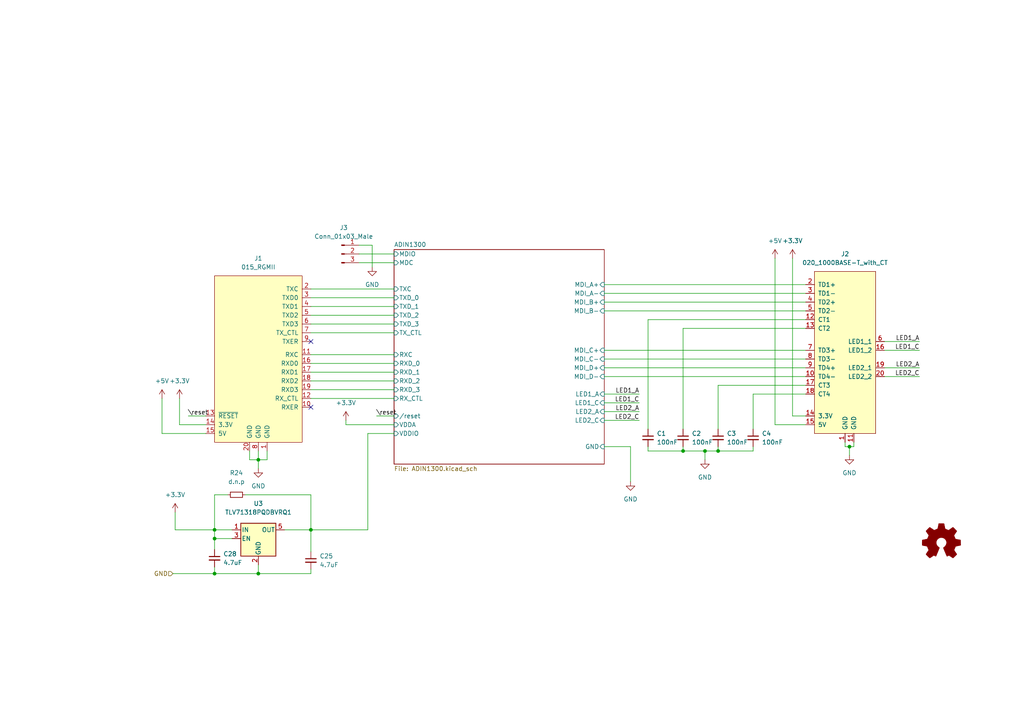
<source format=kicad_sch>
(kicad_sch (version 20211123) (generator eeschema)

  (uuid 57732dd3-1162-4c3f-88bd-31bf473d124d)

  (paper "A4")

  (lib_symbols
    (symbol "Connector:Conn_01x03_Male" (pin_names (offset 1.016) hide) (in_bom yes) (on_board yes)
      (property "Reference" "J" (id 0) (at 0 5.08 0)
        (effects (font (size 1.27 1.27)))
      )
      (property "Value" "Conn_01x03_Male" (id 1) (at 0 -5.08 0)
        (effects (font (size 1.27 1.27)))
      )
      (property "Footprint" "" (id 2) (at 0 0 0)
        (effects (font (size 1.27 1.27)) hide)
      )
      (property "Datasheet" "~" (id 3) (at 0 0 0)
        (effects (font (size 1.27 1.27)) hide)
      )
      (property "ki_keywords" "connector" (id 4) (at 0 0 0)
        (effects (font (size 1.27 1.27)) hide)
      )
      (property "ki_description" "Generic connector, single row, 01x03, script generated (kicad-library-utils/schlib/autogen/connector/)" (id 5) (at 0 0 0)
        (effects (font (size 1.27 1.27)) hide)
      )
      (property "ki_fp_filters" "Connector*:*_1x??_*" (id 6) (at 0 0 0)
        (effects (font (size 1.27 1.27)) hide)
      )
      (symbol "Conn_01x03_Male_1_1"
        (polyline
          (pts
            (xy 1.27 -2.54)
            (xy 0.8636 -2.54)
          )
          (stroke (width 0.1524) (type default) (color 0 0 0 0))
          (fill (type none))
        )
        (polyline
          (pts
            (xy 1.27 0)
            (xy 0.8636 0)
          )
          (stroke (width 0.1524) (type default) (color 0 0 0 0))
          (fill (type none))
        )
        (polyline
          (pts
            (xy 1.27 2.54)
            (xy 0.8636 2.54)
          )
          (stroke (width 0.1524) (type default) (color 0 0 0 0))
          (fill (type none))
        )
        (rectangle (start 0.8636 -2.413) (end 0 -2.667)
          (stroke (width 0.1524) (type default) (color 0 0 0 0))
          (fill (type outline))
        )
        (rectangle (start 0.8636 0.127) (end 0 -0.127)
          (stroke (width 0.1524) (type default) (color 0 0 0 0))
          (fill (type outline))
        )
        (rectangle (start 0.8636 2.667) (end 0 2.413)
          (stroke (width 0.1524) (type default) (color 0 0 0 0))
          (fill (type outline))
        )
        (pin passive line (at 5.08 2.54 180) (length 3.81)
          (name "Pin_1" (effects (font (size 1.27 1.27))))
          (number "1" (effects (font (size 1.27 1.27))))
        )
        (pin passive line (at 5.08 0 180) (length 3.81)
          (name "Pin_2" (effects (font (size 1.27 1.27))))
          (number "2" (effects (font (size 1.27 1.27))))
        )
        (pin passive line (at 5.08 -2.54 180) (length 3.81)
          (name "Pin_3" (effects (font (size 1.27 1.27))))
          (number "3" (effects (font (size 1.27 1.27))))
        )
      )
    )
    (symbol "Device:C_Small" (pin_numbers hide) (pin_names (offset 0.254) hide) (in_bom yes) (on_board yes)
      (property "Reference" "C" (id 0) (at 0.254 1.778 0)
        (effects (font (size 1.27 1.27)) (justify left))
      )
      (property "Value" "C_Small" (id 1) (at 0.254 -2.032 0)
        (effects (font (size 1.27 1.27)) (justify left))
      )
      (property "Footprint" "" (id 2) (at 0 0 0)
        (effects (font (size 1.27 1.27)) hide)
      )
      (property "Datasheet" "~" (id 3) (at 0 0 0)
        (effects (font (size 1.27 1.27)) hide)
      )
      (property "ki_keywords" "capacitor cap" (id 4) (at 0 0 0)
        (effects (font (size 1.27 1.27)) hide)
      )
      (property "ki_description" "Unpolarized capacitor, small symbol" (id 5) (at 0 0 0)
        (effects (font (size 1.27 1.27)) hide)
      )
      (property "ki_fp_filters" "C_*" (id 6) (at 0 0 0)
        (effects (font (size 1.27 1.27)) hide)
      )
      (symbol "C_Small_0_1"
        (polyline
          (pts
            (xy -1.524 -0.508)
            (xy 1.524 -0.508)
          )
          (stroke (width 0.3302) (type default) (color 0 0 0 0))
          (fill (type none))
        )
        (polyline
          (pts
            (xy -1.524 0.508)
            (xy 1.524 0.508)
          )
          (stroke (width 0.3048) (type default) (color 0 0 0 0))
          (fill (type none))
        )
      )
      (symbol "C_Small_1_1"
        (pin passive line (at 0 2.54 270) (length 2.032)
          (name "~" (effects (font (size 1.27 1.27))))
          (number "1" (effects (font (size 1.27 1.27))))
        )
        (pin passive line (at 0 -2.54 90) (length 2.032)
          (name "~" (effects (font (size 1.27 1.27))))
          (number "2" (effects (font (size 1.27 1.27))))
        )
      )
    )
    (symbol "Device:R_Small" (pin_numbers hide) (pin_names (offset 0.254) hide) (in_bom yes) (on_board yes)
      (property "Reference" "R" (id 0) (at 0.762 0.508 0)
        (effects (font (size 1.27 1.27)) (justify left))
      )
      (property "Value" "R_Small" (id 1) (at 0.762 -1.016 0)
        (effects (font (size 1.27 1.27)) (justify left))
      )
      (property "Footprint" "" (id 2) (at 0 0 0)
        (effects (font (size 1.27 1.27)) hide)
      )
      (property "Datasheet" "~" (id 3) (at 0 0 0)
        (effects (font (size 1.27 1.27)) hide)
      )
      (property "ki_keywords" "R resistor" (id 4) (at 0 0 0)
        (effects (font (size 1.27 1.27)) hide)
      )
      (property "ki_description" "Resistor, small symbol" (id 5) (at 0 0 0)
        (effects (font (size 1.27 1.27)) hide)
      )
      (property "ki_fp_filters" "R_*" (id 6) (at 0 0 0)
        (effects (font (size 1.27 1.27)) hide)
      )
      (symbol "R_Small_0_1"
        (rectangle (start -0.762 1.778) (end 0.762 -1.778)
          (stroke (width 0.2032) (type default) (color 0 0 0 0))
          (fill (type none))
        )
      )
      (symbol "R_Small_1_1"
        (pin passive line (at 0 2.54 270) (length 0.762)
          (name "~" (effects (font (size 1.27 1.27))))
          (number "1" (effects (font (size 1.27 1.27))))
        )
        (pin passive line (at 0 -2.54 90) (length 0.762)
          (name "~" (effects (font (size 1.27 1.27))))
          (number "2" (effects (font (size 1.27 1.27))))
        )
      )
    )
    (symbol "Graphic:Logo_Open_Hardware_Small" (pin_names (offset 1.016)) (in_bom yes) (on_board yes)
      (property "Reference" "#LOGO" (id 0) (at 0 6.985 0)
        (effects (font (size 1.27 1.27)) hide)
      )
      (property "Value" "Logo_Open_Hardware_Small" (id 1) (at 0 -5.715 0)
        (effects (font (size 1.27 1.27)) hide)
      )
      (property "Footprint" "" (id 2) (at 0 0 0)
        (effects (font (size 1.27 1.27)) hide)
      )
      (property "Datasheet" "~" (id 3) (at 0 0 0)
        (effects (font (size 1.27 1.27)) hide)
      )
      (property "ki_keywords" "Logo" (id 4) (at 0 0 0)
        (effects (font (size 1.27 1.27)) hide)
      )
      (property "ki_description" "Open Hardware logo, small" (id 5) (at 0 0 0)
        (effects (font (size 1.27 1.27)) hide)
      )
      (symbol "Logo_Open_Hardware_Small_0_1"
        (polyline
          (pts
            (xy 3.3528 -4.3434)
            (xy 3.302 -4.318)
            (xy 3.175 -4.2418)
            (xy 2.9972 -4.1148)
            (xy 2.7686 -3.9624)
            (xy 2.54 -3.81)
            (xy 2.3622 -3.7084)
            (xy 2.2352 -3.6068)
            (xy 2.1844 -3.5814)
            (xy 2.159 -3.6068)
            (xy 2.0574 -3.6576)
            (xy 1.905 -3.7338)
            (xy 1.8034 -3.7846)
            (xy 1.6764 -3.8354)
            (xy 1.6002 -3.8354)
            (xy 1.6002 -3.8354)
            (xy 1.5494 -3.7338)
            (xy 1.4732 -3.5306)
            (xy 1.3462 -3.302)
            (xy 1.2446 -3.0226)
            (xy 1.1176 -2.7178)
            (xy 0.9652 -2.413)
            (xy 0.8636 -2.1082)
            (xy 0.7366 -1.8288)
            (xy 0.6604 -1.6256)
            (xy 0.6096 -1.4732)
            (xy 0.5842 -1.397)
            (xy 0.5842 -1.397)
            (xy 0.6604 -1.3208)
            (xy 0.7874 -1.2446)
            (xy 1.0414 -1.016)
            (xy 1.2954 -0.6858)
            (xy 1.4478 -0.3302)
            (xy 1.524 0.0762)
            (xy 1.4732 0.4572)
            (xy 1.3208 0.8128)
            (xy 1.0668 1.143)
            (xy 0.762 1.3716)
            (xy 0.4064 1.524)
            (xy 0 1.5748)
            (xy -0.381 1.5494)
            (xy -0.7366 1.397)
            (xy -1.0668 1.143)
            (xy -1.2192 0.9906)
            (xy -1.397 0.6604)
            (xy -1.524 0.3048)
            (xy -1.524 0.2286)
            (xy -1.4986 -0.1778)
            (xy -1.397 -0.5334)
            (xy -1.1938 -0.8636)
            (xy -0.9144 -1.143)
            (xy -0.8636 -1.1684)
            (xy -0.7366 -1.27)
            (xy -0.635 -1.3462)
            (xy -0.5842 -1.397)
            (xy -1.0668 -2.5908)
            (xy -1.143 -2.794)
            (xy -1.2954 -3.1242)
            (xy -1.397 -3.4036)
            (xy -1.4986 -3.6322)
            (xy -1.5748 -3.7846)
            (xy -1.6002 -3.8354)
            (xy -1.6002 -3.8354)
            (xy -1.651 -3.8354)
            (xy -1.7272 -3.81)
            (xy -1.905 -3.7338)
            (xy -2.0066 -3.683)
            (xy -2.1336 -3.6068)
            (xy -2.2098 -3.5814)
            (xy -2.2606 -3.6068)
            (xy -2.3622 -3.683)
            (xy -2.54 -3.81)
            (xy -2.7686 -3.9624)
            (xy -2.9718 -4.0894)
            (xy -3.1496 -4.2164)
            (xy -3.302 -4.318)
            (xy -3.3528 -4.3434)
            (xy -3.3782 -4.3434)
            (xy -3.429 -4.318)
            (xy -3.5306 -4.2164)
            (xy -3.7084 -4.064)
            (xy -3.937 -3.8354)
            (xy -3.9624 -3.81)
            (xy -4.1656 -3.6068)
            (xy -4.318 -3.4544)
            (xy -4.4196 -3.3274)
            (xy -4.445 -3.2766)
            (xy -4.445 -3.2766)
            (xy -4.4196 -3.2258)
            (xy -4.318 -3.0734)
            (xy -4.2164 -2.8956)
            (xy -4.064 -2.667)
            (xy -3.6576 -2.0828)
            (xy -3.8862 -1.5494)
            (xy -3.937 -1.3716)
            (xy -4.0386 -1.1684)
            (xy -4.0894 -1.0414)
            (xy -4.1148 -0.9652)
            (xy -4.191 -0.9398)
            (xy -4.318 -0.9144)
            (xy -4.5466 -0.8636)
            (xy -4.8006 -0.8128)
            (xy -5.0546 -0.7874)
            (xy -5.2578 -0.7366)
            (xy -5.4356 -0.7112)
            (xy -5.5118 -0.6858)
            (xy -5.5118 -0.6858)
            (xy -5.5372 -0.635)
            (xy -5.5372 -0.5588)
            (xy -5.5372 -0.4318)
            (xy -5.5626 -0.2286)
            (xy -5.5626 0.0762)
            (xy -5.5626 0.127)
            (xy -5.5372 0.4064)
            (xy -5.5372 0.635)
            (xy -5.5372 0.762)
            (xy -5.5372 0.8382)
            (xy -5.5372 0.8382)
            (xy -5.461 0.8382)
            (xy -5.3086 0.889)
            (xy -5.08 0.9144)
            (xy -4.826 0.9652)
            (xy -4.8006 0.9906)
            (xy -4.5466 1.0414)
            (xy -4.318 1.0668)
            (xy -4.1656 1.1176)
            (xy -4.0894 1.143)
            (xy -4.0894 1.143)
            (xy -4.0386 1.2446)
            (xy -3.9624 1.4224)
            (xy -3.8608 1.6256)
            (xy -3.7846 1.8288)
            (xy -3.7084 2.0066)
            (xy -3.6576 2.159)
            (xy -3.6322 2.2098)
            (xy -3.6322 2.2098)
            (xy -3.683 2.286)
            (xy -3.7592 2.413)
            (xy -3.8862 2.5908)
            (xy -4.064 2.8194)
            (xy -4.064 2.8448)
            (xy -4.2164 3.0734)
            (xy -4.3434 3.2512)
            (xy -4.4196 3.3782)
            (xy -4.445 3.4544)
            (xy -4.445 3.4544)
            (xy -4.3942 3.5052)
            (xy -4.2926 3.6322)
            (xy -4.1148 3.81)
            (xy -3.937 4.0132)
            (xy -3.8608 4.064)
            (xy -3.6576 4.2926)
            (xy -3.5052 4.4196)
            (xy -3.4036 4.4958)
            (xy -3.3528 4.5212)
            (xy -3.3528 4.5212)
            (xy -3.302 4.4704)
            (xy -3.1496 4.3688)
            (xy -2.9718 4.2418)
            (xy -2.7432 4.0894)
            (xy -2.7178 4.0894)
            (xy -2.4892 3.937)
            (xy -2.3114 3.81)
            (xy -2.1844 3.7084)
            (xy -2.1336 3.683)
            (xy -2.1082 3.683)
            (xy -2.032 3.7084)
            (xy -1.8542 3.7592)
            (xy -1.6764 3.8354)
            (xy -1.4732 3.937)
            (xy -1.27 4.0132)
            (xy -1.143 4.064)
            (xy -1.0668 4.1148)
            (xy -1.0668 4.1148)
            (xy -1.0414 4.191)
            (xy -1.016 4.3434)
            (xy -0.9652 4.572)
            (xy -0.9144 4.8514)
            (xy -0.889 4.9022)
            (xy -0.8382 5.1562)
            (xy -0.8128 5.3848)
            (xy -0.7874 5.5372)
            (xy -0.762 5.588)
            (xy -0.7112 5.6134)
            (xy -0.5842 5.6134)
            (xy -0.4064 5.6134)
            (xy -0.1524 5.6134)
            (xy 0.0762 5.6134)
            (xy 0.3302 5.6134)
            (xy 0.5334 5.6134)
            (xy 0.6858 5.588)
            (xy 0.7366 5.588)
            (xy 0.7366 5.588)
            (xy 0.762 5.5118)
            (xy 0.8128 5.334)
            (xy 0.8382 5.1054)
            (xy 0.9144 4.826)
            (xy 0.9144 4.7752)
            (xy 0.9652 4.5212)
            (xy 1.016 4.2926)
            (xy 1.0414 4.1402)
            (xy 1.0668 4.0894)
            (xy 1.0668 4.0894)
            (xy 1.1938 4.0386)
            (xy 1.3716 3.9624)
            (xy 1.5748 3.8608)
            (xy 2.0828 3.6576)
            (xy 2.7178 4.0894)
            (xy 2.7686 4.1402)
            (xy 2.9972 4.2926)
            (xy 3.175 4.4196)
            (xy 3.302 4.4958)
            (xy 3.3782 4.5212)
            (xy 3.3782 4.5212)
            (xy 3.429 4.4704)
            (xy 3.556 4.3434)
            (xy 3.7338 4.191)
            (xy 3.9116 3.9878)
            (xy 4.064 3.8354)
            (xy 4.2418 3.6576)
            (xy 4.3434 3.556)
            (xy 4.4196 3.4798)
            (xy 4.4196 3.429)
            (xy 4.4196 3.4036)
            (xy 4.3942 3.3274)
            (xy 4.2926 3.2004)
            (xy 4.1656 2.9972)
            (xy 4.0132 2.794)
            (xy 3.8862 2.5908)
            (xy 3.7592 2.3876)
            (xy 3.6576 2.2352)
            (xy 3.6322 2.159)
            (xy 3.6322 2.1336)
            (xy 3.683 2.0066)
            (xy 3.7592 1.8288)
            (xy 3.8608 1.6002)
            (xy 4.064 1.1176)
            (xy 4.3942 1.0414)
            (xy 4.5974 1.016)
            (xy 4.8768 0.9652)
            (xy 5.1308 0.9144)
            (xy 5.5372 0.8382)
            (xy 5.5626 -0.6604)
            (xy 5.4864 -0.6858)
            (xy 5.4356 -0.6858)
            (xy 5.2832 -0.7366)
            (xy 5.0546 -0.762)
            (xy 4.8006 -0.8128)
            (xy 4.5974 -0.8636)
            (xy 4.3688 -0.9144)
            (xy 4.2164 -0.9398)
            (xy 4.1402 -0.9398)
            (xy 4.1148 -0.9652)
            (xy 4.064 -1.0668)
            (xy 3.9878 -1.2446)
            (xy 3.9116 -1.4478)
            (xy 3.81 -1.651)
            (xy 3.7338 -1.8542)
            (xy 3.683 -2.0066)
            (xy 3.6576 -2.0828)
            (xy 3.683 -2.1336)
            (xy 3.7846 -2.2606)
            (xy 3.8862 -2.4638)
            (xy 4.0386 -2.667)
            (xy 4.191 -2.8956)
            (xy 4.318 -3.0734)
            (xy 4.3942 -3.2004)
            (xy 4.445 -3.2766)
            (xy 4.4196 -3.3274)
            (xy 4.3434 -3.429)
            (xy 4.1656 -3.5814)
            (xy 3.937 -3.8354)
            (xy 3.8862 -3.8608)
            (xy 3.683 -4.064)
            (xy 3.5306 -4.2164)
            (xy 3.4036 -4.318)
            (xy 3.3528 -4.3434)
          )
          (stroke (width 0) (type default) (color 0 0 0 0))
          (fill (type outline))
        )
      )
    )
    (symbol "Regulator_Linear:TLV71209_SOT23-5" (pin_names (offset 0.254)) (in_bom yes) (on_board yes)
      (property "Reference" "U" (id 0) (at -3.81 5.715 0)
        (effects (font (size 1.27 1.27)))
      )
      (property "Value" "TLV71209_SOT23-5" (id 1) (at 0 5.715 0)
        (effects (font (size 1.27 1.27)) (justify left))
      )
      (property "Footprint" "Package_TO_SOT_SMD:SOT-23-5" (id 2) (at 0 8.255 0)
        (effects (font (size 1.27 1.27) italic) hide)
      )
      (property "Datasheet" "http://www.ti.com/lit/ds/symlink/tlv712.pdf" (id 3) (at 0 1.27 0)
        (effects (font (size 1.27 1.27)) hide)
      )
      (property "ki_keywords" "LDO Regulator Fixed Positive" (id 4) (at 0 0 0)
        (effects (font (size 1.27 1.27)) hide)
      )
      (property "ki_description" "300mA Low Dropout Voltage Regulator, Fixed Output 0.9V, SOT-23-5" (id 5) (at 0 0 0)
        (effects (font (size 1.27 1.27)) hide)
      )
      (property "ki_fp_filters" "SOT?23*" (id 6) (at 0 0 0)
        (effects (font (size 1.27 1.27)) hide)
      )
      (symbol "TLV71209_SOT23-5_0_1"
        (rectangle (start -5.08 4.445) (end 5.08 -5.08)
          (stroke (width 0.254) (type default) (color 0 0 0 0))
          (fill (type background))
        )
      )
      (symbol "TLV71209_SOT23-5_1_1"
        (pin power_in line (at -7.62 2.54 0) (length 2.54)
          (name "IN" (effects (font (size 1.27 1.27))))
          (number "1" (effects (font (size 1.27 1.27))))
        )
        (pin power_in line (at 0 -7.62 90) (length 2.54)
          (name "GND" (effects (font (size 1.27 1.27))))
          (number "2" (effects (font (size 1.27 1.27))))
        )
        (pin input line (at -7.62 0 0) (length 2.54)
          (name "EN" (effects (font (size 1.27 1.27))))
          (number "3" (effects (font (size 1.27 1.27))))
        )
        (pin no_connect line (at 5.08 0 180) (length 2.54) hide
          (name "NC" (effects (font (size 1.27 1.27))))
          (number "4" (effects (font (size 1.27 1.27))))
        )
        (pin power_out line (at 7.62 2.54 180) (length 2.54)
          (name "OUT" (effects (font (size 1.27 1.27))))
          (number "5" (effects (font (size 1.27 1.27))))
        )
      )
    )
    (symbol "power:+3.3V" (power) (pin_names (offset 0)) (in_bom yes) (on_board yes)
      (property "Reference" "#PWR" (id 0) (at 0 -3.81 0)
        (effects (font (size 1.27 1.27)) hide)
      )
      (property "Value" "+3.3V" (id 1) (at 0 3.556 0)
        (effects (font (size 1.27 1.27)))
      )
      (property "Footprint" "" (id 2) (at 0 0 0)
        (effects (font (size 1.27 1.27)) hide)
      )
      (property "Datasheet" "" (id 3) (at 0 0 0)
        (effects (font (size 1.27 1.27)) hide)
      )
      (property "ki_keywords" "power-flag" (id 4) (at 0 0 0)
        (effects (font (size 1.27 1.27)) hide)
      )
      (property "ki_description" "Power symbol creates a global label with name \"+3.3V\"" (id 5) (at 0 0 0)
        (effects (font (size 1.27 1.27)) hide)
      )
      (symbol "+3.3V_0_1"
        (polyline
          (pts
            (xy -0.762 1.27)
            (xy 0 2.54)
          )
          (stroke (width 0) (type default) (color 0 0 0 0))
          (fill (type none))
        )
        (polyline
          (pts
            (xy 0 0)
            (xy 0 2.54)
          )
          (stroke (width 0) (type default) (color 0 0 0 0))
          (fill (type none))
        )
        (polyline
          (pts
            (xy 0 2.54)
            (xy 0.762 1.27)
          )
          (stroke (width 0) (type default) (color 0 0 0 0))
          (fill (type none))
        )
      )
      (symbol "+3.3V_1_1"
        (pin power_in line (at 0 0 90) (length 0) hide
          (name "+3.3V" (effects (font (size 1.27 1.27))))
          (number "1" (effects (font (size 1.27 1.27))))
        )
      )
    )
    (symbol "power:+5V" (power) (pin_names (offset 0)) (in_bom yes) (on_board yes)
      (property "Reference" "#PWR" (id 0) (at 0 -3.81 0)
        (effects (font (size 1.27 1.27)) hide)
      )
      (property "Value" "+5V" (id 1) (at 0 3.556 0)
        (effects (font (size 1.27 1.27)))
      )
      (property "Footprint" "" (id 2) (at 0 0 0)
        (effects (font (size 1.27 1.27)) hide)
      )
      (property "Datasheet" "" (id 3) (at 0 0 0)
        (effects (font (size 1.27 1.27)) hide)
      )
      (property "ki_keywords" "power-flag" (id 4) (at 0 0 0)
        (effects (font (size 1.27 1.27)) hide)
      )
      (property "ki_description" "Power symbol creates a global label with name \"+5V\"" (id 5) (at 0 0 0)
        (effects (font (size 1.27 1.27)) hide)
      )
      (symbol "+5V_0_1"
        (polyline
          (pts
            (xy -0.762 1.27)
            (xy 0 2.54)
          )
          (stroke (width 0) (type default) (color 0 0 0 0))
          (fill (type none))
        )
        (polyline
          (pts
            (xy 0 0)
            (xy 0 2.54)
          )
          (stroke (width 0) (type default) (color 0 0 0 0))
          (fill (type none))
        )
        (polyline
          (pts
            (xy 0 2.54)
            (xy 0.762 1.27)
          )
          (stroke (width 0) (type default) (color 0 0 0 0))
          (fill (type none))
        )
      )
      (symbol "+5V_1_1"
        (pin power_in line (at 0 0 90) (length 0) hide
          (name "+5V" (effects (font (size 1.27 1.27))))
          (number "1" (effects (font (size 1.27 1.27))))
        )
      )
    )
    (symbol "power:GND" (power) (pin_names (offset 0)) (in_bom yes) (on_board yes)
      (property "Reference" "#PWR" (id 0) (at 0 -6.35 0)
        (effects (font (size 1.27 1.27)) hide)
      )
      (property "Value" "GND" (id 1) (at 0 -3.81 0)
        (effects (font (size 1.27 1.27)))
      )
      (property "Footprint" "" (id 2) (at 0 0 0)
        (effects (font (size 1.27 1.27)) hide)
      )
      (property "Datasheet" "" (id 3) (at 0 0 0)
        (effects (font (size 1.27 1.27)) hide)
      )
      (property "ki_keywords" "power-flag" (id 4) (at 0 0 0)
        (effects (font (size 1.27 1.27)) hide)
      )
      (property "ki_description" "Power symbol creates a global label with name \"GND\" , ground" (id 5) (at 0 0 0)
        (effects (font (size 1.27 1.27)) hide)
      )
      (symbol "GND_0_1"
        (polyline
          (pts
            (xy 0 0)
            (xy 0 -1.27)
            (xy 1.27 -1.27)
            (xy 0 -2.54)
            (xy -1.27 -1.27)
            (xy 0 -1.27)
          )
          (stroke (width 0) (type default) (color 0 0 0 0))
          (fill (type none))
        )
      )
      (symbol "GND_1_1"
        (pin power_in line (at 0 0 270) (length 0) hide
          (name "GND" (effects (font (size 1.27 1.27))))
          (number "1" (effects (font (size 1.27 1.27))))
        )
      )
    )
    (symbol "put_on_edge:015_RGMII" (pin_names (offset 1.016)) (in_bom yes) (on_board yes)
      (property "Reference" "J" (id 0) (at -6.35 16.51 0)
        (effects (font (size 1.27 1.27)))
      )
      (property "Value" "015_RGMII" (id 1) (at 5.08 16.51 0)
        (effects (font (size 1.27 1.27)))
      )
      (property "Footprint" "" (id 2) (at 3.81 19.05 0)
        (effects (font (size 1.27 1.27)) hide)
      )
      (property "Datasheet" "" (id 3) (at 3.81 19.05 0)
        (effects (font (size 1.27 1.27)) hide)
      )
      (symbol "015_RGMII_0_1"
        (rectangle (start -12.7 30.48) (end 12.7 -17.78)
          (stroke (width 0) (type default) (color 0 0 0 0))
          (fill (type background))
        )
      )
      (symbol "015_RGMII_1_1"
        (pin power_in line (at -2.54 -20.32 90) (length 2.54)
          (name "GND" (effects (font (size 1.27 1.27))))
          (number "1" (effects (font (size 1.27 1.27))))
        )
        (pin bidirectional line (at -15.24 -7.62 0) (length 2.54)
          (name "RXER" (effects (font (size 1.27 1.27))))
          (number "10" (effects (font (size 1.27 1.27))))
        )
        (pin bidirectional line (at -15.24 7.62 0) (length 2.54)
          (name "RXC" (effects (font (size 1.27 1.27))))
          (number "11" (effects (font (size 1.27 1.27))))
        )
        (pin bidirectional line (at -15.24 -5.08 0) (length 2.54)
          (name "RX_CTL" (effects (font (size 1.27 1.27))))
          (number "12" (effects (font (size 1.27 1.27))))
        )
        (pin bidirectional line (at 15.24 -10.16 180) (length 2.54)
          (name "~{RESET}" (effects (font (size 1.27 1.27))))
          (number "13" (effects (font (size 1.27 1.27))))
        )
        (pin bidirectional line (at 15.24 -12.7 180) (length 2.54)
          (name "3.3V" (effects (font (size 1.27 1.27))))
          (number "14" (effects (font (size 1.27 1.27))))
        )
        (pin bidirectional line (at 15.24 -15.24 180) (length 2.54)
          (name "5V" (effects (font (size 1.27 1.27))))
          (number "15" (effects (font (size 1.27 1.27))))
        )
        (pin bidirectional line (at -15.24 5.08 0) (length 2.54)
          (name "RXD0" (effects (font (size 1.27 1.27))))
          (number "16" (effects (font (size 1.27 1.27))))
        )
        (pin bidirectional line (at -15.24 2.54 0) (length 2.54)
          (name "RXD1" (effects (font (size 1.27 1.27))))
          (number "17" (effects (font (size 1.27 1.27))))
        )
        (pin bidirectional line (at -15.24 0 0) (length 2.54)
          (name "RXD2" (effects (font (size 1.27 1.27))))
          (number "18" (effects (font (size 1.27 1.27))))
        )
        (pin bidirectional line (at -15.24 -2.54 0) (length 2.54)
          (name "RXD3" (effects (font (size 1.27 1.27))))
          (number "19" (effects (font (size 1.27 1.27))))
        )
        (pin bidirectional line (at -15.24 26.67 0) (length 2.54)
          (name "TXC" (effects (font (size 1.27 1.27))))
          (number "2" (effects (font (size 1.27 1.27))))
        )
        (pin power_in line (at 2.54 -20.32 90) (length 2.54)
          (name "GND" (effects (font (size 1.27 1.27))))
          (number "20" (effects (font (size 1.27 1.27))))
        )
        (pin bidirectional line (at -15.24 24.13 0) (length 2.54)
          (name "TXD0" (effects (font (size 1.27 1.27))))
          (number "3" (effects (font (size 1.27 1.27))))
        )
        (pin bidirectional line (at -15.24 21.59 0) (length 2.54)
          (name "TXD1" (effects (font (size 1.27 1.27))))
          (number "4" (effects (font (size 1.27 1.27))))
        )
        (pin bidirectional line (at -15.24 19.05 0) (length 2.54)
          (name "TXD2" (effects (font (size 1.27 1.27))))
          (number "5" (effects (font (size 1.27 1.27))))
        )
        (pin bidirectional line (at -15.24 16.51 0) (length 2.54)
          (name "TXD3" (effects (font (size 1.27 1.27))))
          (number "6" (effects (font (size 1.27 1.27))))
        )
        (pin bidirectional line (at -15.24 13.97 0) (length 2.54)
          (name "TX_CTL" (effects (font (size 1.27 1.27))))
          (number "7" (effects (font (size 1.27 1.27))))
        )
        (pin power_in line (at 0 -20.32 90) (length 2.54)
          (name "GND" (effects (font (size 1.27 1.27))))
          (number "8" (effects (font (size 1.27 1.27))))
        )
        (pin bidirectional line (at -15.24 11.43 0) (length 2.54)
          (name "TXER" (effects (font (size 1.27 1.27))))
          (number "9" (effects (font (size 1.27 1.27))))
        )
      )
    )
    (symbol "put_on_edge:020_1000BASE-T_with_CT" (pin_names (offset 1.016)) (in_bom yes) (on_board yes)
      (property "Reference" "J" (id 0) (at -2.54 13.97 0)
        (effects (font (size 1.27 1.27)))
      )
      (property "Value" "020_1000BASE-T_with_CT" (id 1) (at 8.89 13.97 0)
        (effects (font (size 1.27 1.27)))
      )
      (property "Footprint" "" (id 2) (at 7.62 16.51 0)
        (effects (font (size 1.27 1.27)) hide)
      )
      (property "Datasheet" "" (id 3) (at 7.62 16.51 0)
        (effects (font (size 1.27 1.27)) hide)
      )
      (symbol "020_1000BASE-T_with_CT_0_1"
        (rectangle (start -8.89 12.7) (end 8.89 -34.29)
          (stroke (width 0) (type default) (color 0 0 0 0))
          (fill (type background))
        )
      )
      (symbol "020_1000BASE-T_with_CT_1_1"
        (pin power_in line (at 0 -36.83 90) (length 2.54)
          (name "GND" (effects (font (size 1.27 1.27))))
          (number "1" (effects (font (size 1.27 1.27))))
        )
        (pin bidirectional line (at -11.43 -17.78 0) (length 2.54)
          (name "TD4-" (effects (font (size 1.27 1.27))))
          (number "10" (effects (font (size 1.27 1.27))))
        )
        (pin power_in line (at 2.54 -36.83 90) (length 2.54)
          (name "GND" (effects (font (size 1.27 1.27))))
          (number "11" (effects (font (size 1.27 1.27))))
        )
        (pin bidirectional line (at -11.43 -1.27 0) (length 2.54)
          (name "CT1" (effects (font (size 1.27 1.27))))
          (number "12" (effects (font (size 1.27 1.27))))
        )
        (pin bidirectional line (at -11.43 -3.81 0) (length 2.54)
          (name "CT2" (effects (font (size 1.27 1.27))))
          (number "13" (effects (font (size 1.27 1.27))))
        )
        (pin bidirectional line (at -11.43 -29.21 0) (length 2.54)
          (name "3.3V" (effects (font (size 1.27 1.27))))
          (number "14" (effects (font (size 1.27 1.27))))
        )
        (pin bidirectional line (at -11.43 -31.75 0) (length 2.54)
          (name "5V" (effects (font (size 1.27 1.27))))
          (number "15" (effects (font (size 1.27 1.27))))
        )
        (pin bidirectional line (at 11.43 -10.16 180) (length 2.54)
          (name "LED1_2" (effects (font (size 1.27 1.27))))
          (number "16" (effects (font (size 1.27 1.27))))
        )
        (pin bidirectional line (at -11.43 -20.32 0) (length 2.54)
          (name "CT3" (effects (font (size 1.27 1.27))))
          (number "17" (effects (font (size 1.27 1.27))))
        )
        (pin bidirectional line (at -11.43 -22.86 0) (length 2.54)
          (name "CT4" (effects (font (size 1.27 1.27))))
          (number "18" (effects (font (size 1.27 1.27))))
        )
        (pin bidirectional line (at 11.43 -15.24 180) (length 2.54)
          (name "LED2_1" (effects (font (size 1.27 1.27))))
          (number "19" (effects (font (size 1.27 1.27))))
        )
        (pin bidirectional line (at -11.43 8.89 0) (length 2.54)
          (name "TD1+" (effects (font (size 1.27 1.27))))
          (number "2" (effects (font (size 1.27 1.27))))
        )
        (pin bidirectional line (at 11.43 -17.78 180) (length 2.54)
          (name "LED2_2" (effects (font (size 1.27 1.27))))
          (number "20" (effects (font (size 1.27 1.27))))
        )
        (pin bidirectional line (at -11.43 6.35 0) (length 2.54)
          (name "TD1-" (effects (font (size 1.27 1.27))))
          (number "3" (effects (font (size 1.27 1.27))))
        )
        (pin bidirectional line (at -11.43 3.81 0) (length 2.54)
          (name "TD2+" (effects (font (size 1.27 1.27))))
          (number "4" (effects (font (size 1.27 1.27))))
        )
        (pin bidirectional line (at -11.43 1.27 0) (length 2.54)
          (name "TD2-" (effects (font (size 1.27 1.27))))
          (number "5" (effects (font (size 1.27 1.27))))
        )
        (pin bidirectional line (at 11.43 -7.62 180) (length 2.54)
          (name "LED1_1" (effects (font (size 1.27 1.27))))
          (number "6" (effects (font (size 1.27 1.27))))
        )
        (pin bidirectional line (at -11.43 -10.16 0) (length 2.54)
          (name "TD3+" (effects (font (size 1.27 1.27))))
          (number "7" (effects (font (size 1.27 1.27))))
        )
        (pin bidirectional line (at -11.43 -12.7 0) (length 2.54)
          (name "TD3-" (effects (font (size 1.27 1.27))))
          (number "8" (effects (font (size 1.27 1.27))))
        )
        (pin bidirectional line (at -11.43 -15.24 0) (length 2.54)
          (name "TD4+" (effects (font (size 1.27 1.27))))
          (number "9" (effects (font (size 1.27 1.27))))
        )
      )
    )
  )

  (junction (at 198.12 130.81) (diameter 0) (color 0 0 0 0)
    (uuid 050f5daf-e488-4b18-9e7c-5ebeff9c6e8c)
  )
  (junction (at 62.23 156.21) (diameter 0) (color 0 0 0 0)
    (uuid 329c8372-6336-4b99-b37c-6254b34b1de7)
  )
  (junction (at 74.93 133.35) (diameter 0) (color 0 0 0 0)
    (uuid 4d1a7828-cdea-469b-99dd-6e77ef565623)
  )
  (junction (at 62.23 153.67) (diameter 0) (color 0 0 0 0)
    (uuid 5880712a-8fbc-4ed8-a1be-74e35a6cfa93)
  )
  (junction (at 246.38 129.54) (diameter 0) (color 0 0 0 0)
    (uuid 5df9b25b-09c1-4528-9a56-844cf44abc59)
  )
  (junction (at 62.23 166.37) (diameter 0) (color 0 0 0 0)
    (uuid 663d6594-507f-4602-99bf-d3d4070a410e)
  )
  (junction (at 204.47 130.81) (diameter 0) (color 0 0 0 0)
    (uuid a8c160e9-39d1-428f-a81a-5446870a7048)
  )
  (junction (at 208.28 130.81) (diameter 0) (color 0 0 0 0)
    (uuid afd9d468-f643-4f3b-96c8-c84fe826bd1c)
  )
  (junction (at 90.17 153.67) (diameter 0) (color 0 0 0 0)
    (uuid d0c63819-d850-4acd-99b6-5190b43a6183)
  )
  (junction (at 74.93 166.37) (diameter 0) (color 0 0 0 0)
    (uuid dcdfc6d6-fec6-45ad-8658-0fa2b681bcf4)
  )

  (no_connect (at 90.17 99.06) (uuid 60901797-9ad7-4798-8661-3a03d7315412))
  (no_connect (at 90.17 118.11) (uuid 60901797-9ad7-4798-8661-3a03d7315413))

  (wire (pts (xy 208.28 129.54) (xy 208.28 130.81))
    (stroke (width 0) (type default) (color 0 0 0 0))
    (uuid 02e13cb3-aae0-47c1-86da-9bec8ac47adb)
  )
  (wire (pts (xy 198.12 124.46) (xy 198.12 95.25))
    (stroke (width 0) (type default) (color 0 0 0 0))
    (uuid 041e3e54-c747-4f9d-bbfc-5a9c94d5f6b5)
  )
  (wire (pts (xy 175.26 121.92) (xy 185.42 121.92))
    (stroke (width 0) (type default) (color 0 0 0 0))
    (uuid 05496fb6-4f44-445b-9d12-d232efe39a19)
  )
  (wire (pts (xy 175.26 82.55) (xy 233.68 82.55))
    (stroke (width 0) (type default) (color 0 0 0 0))
    (uuid 0654694b-2eb7-44ca-8e9a-ed51def9ca5b)
  )
  (wire (pts (xy 247.65 129.54) (xy 247.65 128.27))
    (stroke (width 0) (type default) (color 0 0 0 0))
    (uuid 0bd5a58f-d221-433d-a571-d564f9f7f29c)
  )
  (wire (pts (xy 90.17 110.49) (xy 114.3 110.49))
    (stroke (width 0) (type default) (color 0 0 0 0))
    (uuid 10adbeab-5b5b-4ab7-8757-ec49d76d65a9)
  )
  (wire (pts (xy 77.47 133.35) (xy 77.47 130.81))
    (stroke (width 0) (type default) (color 0 0 0 0))
    (uuid 155584d4-8f97-4307-a920-8394554e4f8c)
  )
  (wire (pts (xy 62.23 156.21) (xy 62.23 153.67))
    (stroke (width 0) (type default) (color 0 0 0 0))
    (uuid 1c566520-0773-4c72-9ea5-720184305070)
  )
  (wire (pts (xy 90.17 93.98) (xy 114.3 93.98))
    (stroke (width 0) (type default) (color 0 0 0 0))
    (uuid 1f0124d8-b55d-4e1d-850b-cc9992ce17c0)
  )
  (wire (pts (xy 256.54 106.68) (xy 266.7 106.68))
    (stroke (width 0) (type default) (color 0 0 0 0))
    (uuid 1f2d5e48-9246-48b6-bea1-c92c922f4f66)
  )
  (wire (pts (xy 90.17 165.1) (xy 90.17 166.37))
    (stroke (width 0) (type default) (color 0 0 0 0))
    (uuid 20c83691-ba34-44f9-bd68-b0f6cc481f5c)
  )
  (wire (pts (xy 208.28 111.76) (xy 233.68 111.76))
    (stroke (width 0) (type default) (color 0 0 0 0))
    (uuid 224548a5-53de-4b21-975b-e50929fd0674)
  )
  (wire (pts (xy 90.17 166.37) (xy 74.93 166.37))
    (stroke (width 0) (type default) (color 0 0 0 0))
    (uuid 2a078ee0-1d7a-4913-80d6-1422338a5ccf)
  )
  (wire (pts (xy 62.23 156.21) (xy 62.23 159.385))
    (stroke (width 0) (type default) (color 0 0 0 0))
    (uuid 2ac0f5ff-b56b-4c6d-a81b-f9cfa1633340)
  )
  (wire (pts (xy 50.8 148.59) (xy 50.8 153.67))
    (stroke (width 0) (type default) (color 0 0 0 0))
    (uuid 2eca9092-9423-4ead-bd7f-3ea93dffc506)
  )
  (wire (pts (xy 245.11 128.27) (xy 245.11 129.54))
    (stroke (width 0) (type default) (color 0 0 0 0))
    (uuid 305caac5-f991-4a76-b3cb-3d86d550503b)
  )
  (wire (pts (xy 62.23 153.67) (xy 67.31 153.67))
    (stroke (width 0) (type default) (color 0 0 0 0))
    (uuid 314d639c-4e66-4cc0-84f6-a0f8f4773d47)
  )
  (wire (pts (xy 204.47 130.81) (xy 204.47 133.35))
    (stroke (width 0) (type default) (color 0 0 0 0))
    (uuid 32de6bba-66e7-4a7c-8f2d-b796a8a35d5e)
  )
  (wire (pts (xy 67.31 156.21) (xy 62.23 156.21))
    (stroke (width 0) (type default) (color 0 0 0 0))
    (uuid 332976b1-2e2b-4e66-970d-305ecc22199a)
  )
  (wire (pts (xy 74.93 166.37) (xy 74.93 163.83))
    (stroke (width 0) (type default) (color 0 0 0 0))
    (uuid 33deb619-06f1-4b72-be59-3a4f4233bcff)
  )
  (wire (pts (xy 187.96 124.46) (xy 187.96 92.71))
    (stroke (width 0) (type default) (color 0 0 0 0))
    (uuid 34530e19-3126-4c0c-9f42-940e39c931d4)
  )
  (wire (pts (xy 100.33 123.19) (xy 114.3 123.19))
    (stroke (width 0) (type default) (color 0 0 0 0))
    (uuid 3478925e-ebc0-43a1-9e9c-4a6d8e5eddfe)
  )
  (wire (pts (xy 90.17 91.44) (xy 114.3 91.44))
    (stroke (width 0) (type default) (color 0 0 0 0))
    (uuid 373c3f74-524e-469f-92fd-f2b805555c3e)
  )
  (wire (pts (xy 90.17 143.51) (xy 90.17 153.67))
    (stroke (width 0) (type default) (color 0 0 0 0))
    (uuid 396d2400-7c56-43d1-9372-7336e0748c13)
  )
  (wire (pts (xy 256.54 101.6) (xy 266.7 101.6))
    (stroke (width 0) (type default) (color 0 0 0 0))
    (uuid 3fc65353-1f98-4e68-bb28-9cbc6a6167ec)
  )
  (wire (pts (xy 104.14 76.2) (xy 114.3 76.2))
    (stroke (width 0) (type default) (color 0 0 0 0))
    (uuid 43974964-653e-4c78-91cb-74df74bd6310)
  )
  (wire (pts (xy 175.26 106.68) (xy 233.68 106.68))
    (stroke (width 0) (type default) (color 0 0 0 0))
    (uuid 45042e71-bb93-4d25-a932-86993f0f3a8b)
  )
  (wire (pts (xy 50.165 166.37) (xy 62.23 166.37))
    (stroke (width 0) (type default) (color 0 0 0 0))
    (uuid 484fbea0-7f34-48cf-9733-a2eed4d9974d)
  )
  (wire (pts (xy 208.28 124.46) (xy 208.28 111.76))
    (stroke (width 0) (type default) (color 0 0 0 0))
    (uuid 49434e72-c24a-4433-94b1-3ebbdffc2bb0)
  )
  (wire (pts (xy 59.69 125.73) (xy 46.99 125.73))
    (stroke (width 0) (type default) (color 0 0 0 0))
    (uuid 49b2c60a-b684-49c2-9b65-b587a2026ef3)
  )
  (wire (pts (xy 90.17 153.67) (xy 106.68 153.67))
    (stroke (width 0) (type default) (color 0 0 0 0))
    (uuid 49ca3ca6-a132-4526-b917-c511f99cd32b)
  )
  (wire (pts (xy 82.55 153.67) (xy 90.17 153.67))
    (stroke (width 0) (type default) (color 0 0 0 0))
    (uuid 4baec41f-f78d-4ced-a618-14c14fd5e6d8)
  )
  (wire (pts (xy 198.12 95.25) (xy 233.68 95.25))
    (stroke (width 0) (type default) (color 0 0 0 0))
    (uuid 4cb070b4-4181-42b5-9470-2ec8698ef857)
  )
  (wire (pts (xy 90.17 153.67) (xy 90.17 160.02))
    (stroke (width 0) (type default) (color 0 0 0 0))
    (uuid 4ed7f835-d234-4052-a26d-5e5b8ed1503a)
  )
  (wire (pts (xy 187.96 129.54) (xy 187.96 130.81))
    (stroke (width 0) (type default) (color 0 0 0 0))
    (uuid 50054a5d-8e08-44d2-b644-49f39018afbc)
  )
  (wire (pts (xy 107.95 77.47) (xy 107.95 71.12))
    (stroke (width 0) (type default) (color 0 0 0 0))
    (uuid 59b82ad5-b5d9-4fe9-82fa-beae81789e20)
  )
  (wire (pts (xy 182.88 129.54) (xy 182.88 139.7))
    (stroke (width 0) (type default) (color 0 0 0 0))
    (uuid 5a1fc14d-1d6f-444c-82b2-77ce3f0eeb3f)
  )
  (wire (pts (xy 114.3 120.65) (xy 109.22 120.65))
    (stroke (width 0) (type default) (color 0 0 0 0))
    (uuid 5a3996d0-0d20-4062-afa2-f2788b8cc221)
  )
  (wire (pts (xy 218.44 124.46) (xy 218.44 114.3))
    (stroke (width 0) (type default) (color 0 0 0 0))
    (uuid 5ace09f6-5b81-4484-b949-c00b4387dfcb)
  )
  (wire (pts (xy 74.93 133.35) (xy 74.93 135.89))
    (stroke (width 0) (type default) (color 0 0 0 0))
    (uuid 5b8835dc-96b9-4932-ba38-d5e1b32ad9a6)
  )
  (wire (pts (xy 90.17 113.03) (xy 114.3 113.03))
    (stroke (width 0) (type default) (color 0 0 0 0))
    (uuid 5e9e0ac8-8863-46c3-bd1c-1a70e63666fd)
  )
  (wire (pts (xy 175.26 119.38) (xy 185.42 119.38))
    (stroke (width 0) (type default) (color 0 0 0 0))
    (uuid 60453dcd-1427-4e1c-8276-43aaceebf59e)
  )
  (wire (pts (xy 90.17 107.95) (xy 114.3 107.95))
    (stroke (width 0) (type default) (color 0 0 0 0))
    (uuid 61c1921b-6007-45ee-906c-7254eea885da)
  )
  (wire (pts (xy 256.54 99.06) (xy 266.7 99.06))
    (stroke (width 0) (type default) (color 0 0 0 0))
    (uuid 61c7cb06-7454-4682-9001-f2a94362e6fe)
  )
  (wire (pts (xy 198.12 130.81) (xy 198.12 129.54))
    (stroke (width 0) (type default) (color 0 0 0 0))
    (uuid 633dafcf-6e1e-4546-924c-4e6b972bab16)
  )
  (wire (pts (xy 218.44 114.3) (xy 233.68 114.3))
    (stroke (width 0) (type default) (color 0 0 0 0))
    (uuid 63b38d83-82ce-4856-8fcd-b424d69c97a2)
  )
  (wire (pts (xy 71.12 143.51) (xy 90.17 143.51))
    (stroke (width 0) (type default) (color 0 0 0 0))
    (uuid 644ecbb8-a9a8-4d7f-96b9-5bab8fb17844)
  )
  (wire (pts (xy 233.68 123.19) (xy 224.79 123.19))
    (stroke (width 0) (type default) (color 0 0 0 0))
    (uuid 696818f5-335e-4a19-bd1f-89fec67efbf0)
  )
  (wire (pts (xy 175.26 90.17) (xy 233.68 90.17))
    (stroke (width 0) (type default) (color 0 0 0 0))
    (uuid 6b41c1f6-3525-4a4f-9969-946ca1d9489b)
  )
  (wire (pts (xy 229.87 74.93) (xy 229.87 120.65))
    (stroke (width 0) (type default) (color 0 0 0 0))
    (uuid 6f5581ca-7274-44bb-b83a-55d21f2b08e3)
  )
  (wire (pts (xy 74.93 133.35) (xy 77.47 133.35))
    (stroke (width 0) (type default) (color 0 0 0 0))
    (uuid 6fe7f1fd-2b46-4f32-a658-5c05a6fa6b4e)
  )
  (wire (pts (xy 246.38 129.54) (xy 247.65 129.54))
    (stroke (width 0) (type default) (color 0 0 0 0))
    (uuid 793b1c9b-6ef7-4947-8b88-a36715309030)
  )
  (wire (pts (xy 90.17 86.36) (xy 114.3 86.36))
    (stroke (width 0) (type default) (color 0 0 0 0))
    (uuid 7b7cd319-f3d8-447d-8a9d-2c6210734133)
  )
  (wire (pts (xy 72.39 130.81) (xy 72.39 133.35))
    (stroke (width 0) (type default) (color 0 0 0 0))
    (uuid 7e175730-57ae-4627-9af5-f4f827b5be7b)
  )
  (wire (pts (xy 175.26 116.84) (xy 185.42 116.84))
    (stroke (width 0) (type default) (color 0 0 0 0))
    (uuid 8435124f-28fa-4b4d-a07e-618c02aa00c6)
  )
  (wire (pts (xy 175.26 104.14) (xy 233.68 104.14))
    (stroke (width 0) (type default) (color 0 0 0 0))
    (uuid 8b065cc2-ff57-4aa8-95aa-7fab0ef760e4)
  )
  (wire (pts (xy 62.23 143.51) (xy 62.23 153.67))
    (stroke (width 0) (type default) (color 0 0 0 0))
    (uuid 8b656e64-5f0c-4ca2-b2c4-834d9c4b228e)
  )
  (wire (pts (xy 106.68 153.67) (xy 106.68 125.73))
    (stroke (width 0) (type default) (color 0 0 0 0))
    (uuid 8cc99e91-a60e-4615-8bb6-0bf004f08b44)
  )
  (wire (pts (xy 106.68 125.73) (xy 114.3 125.73))
    (stroke (width 0) (type default) (color 0 0 0 0))
    (uuid 938a8876-f67a-4ac3-a47f-c902866637bd)
  )
  (wire (pts (xy 229.87 120.65) (xy 233.68 120.65))
    (stroke (width 0) (type default) (color 0 0 0 0))
    (uuid 9d419f1e-fb72-4739-ae70-adc5a5d4116a)
  )
  (wire (pts (xy 90.17 102.87) (xy 114.3 102.87))
    (stroke (width 0) (type default) (color 0 0 0 0))
    (uuid a533b82c-861b-486e-b8b6-a7cd69aaa77a)
  )
  (wire (pts (xy 187.96 130.81) (xy 198.12 130.81))
    (stroke (width 0) (type default) (color 0 0 0 0))
    (uuid a6e9ff8e-04b5-4c77-bbce-c7e39598fc62)
  )
  (wire (pts (xy 52.07 123.19) (xy 59.69 123.19))
    (stroke (width 0) (type default) (color 0 0 0 0))
    (uuid a9f308dc-c5ef-4220-95da-69a8038679ca)
  )
  (wire (pts (xy 46.99 125.73) (xy 46.99 115.57))
    (stroke (width 0) (type default) (color 0 0 0 0))
    (uuid aa6d3531-3aa0-4382-a060-1ca67a88904c)
  )
  (wire (pts (xy 54.61 120.65) (xy 59.69 120.65))
    (stroke (width 0) (type default) (color 0 0 0 0))
    (uuid ad1dca1a-ac77-4dd1-a76f-a91e10230e05)
  )
  (wire (pts (xy 175.26 101.6) (xy 233.68 101.6))
    (stroke (width 0) (type default) (color 0 0 0 0))
    (uuid af84b988-4a23-4ade-9abf-652522a4ffb6)
  )
  (wire (pts (xy 62.23 166.37) (xy 74.93 166.37))
    (stroke (width 0) (type default) (color 0 0 0 0))
    (uuid b02ec774-2f8f-4b3d-a210-d691809a43a5)
  )
  (wire (pts (xy 175.26 129.54) (xy 182.88 129.54))
    (stroke (width 0) (type default) (color 0 0 0 0))
    (uuid b5f50e6e-6728-4454-96f5-44e0bc388ce5)
  )
  (wire (pts (xy 90.17 83.82) (xy 114.3 83.82))
    (stroke (width 0) (type default) (color 0 0 0 0))
    (uuid b85151d1-449f-4983-a1a2-552d5edbfb41)
  )
  (wire (pts (xy 175.26 109.22) (xy 233.68 109.22))
    (stroke (width 0) (type default) (color 0 0 0 0))
    (uuid b8bc36de-fc26-4e72-bb26-fc404e59fdc3)
  )
  (wire (pts (xy 90.17 96.52) (xy 114.3 96.52))
    (stroke (width 0) (type default) (color 0 0 0 0))
    (uuid ba2b9301-bedf-4725-8539-35810bb7df2d)
  )
  (wire (pts (xy 218.44 129.54) (xy 218.44 130.81))
    (stroke (width 0) (type default) (color 0 0 0 0))
    (uuid bb2db478-c38a-4e2a-88a5-bbb0f97b6c51)
  )
  (wire (pts (xy 74.93 130.81) (xy 74.93 133.35))
    (stroke (width 0) (type default) (color 0 0 0 0))
    (uuid bc5c0236-26b6-4f59-bdc4-d12f4ab74791)
  )
  (wire (pts (xy 50.8 153.67) (xy 62.23 153.67))
    (stroke (width 0) (type default) (color 0 0 0 0))
    (uuid bf3fb1fd-a744-49fd-9df8-ced75d1e1c24)
  )
  (wire (pts (xy 72.39 133.35) (xy 74.93 133.35))
    (stroke (width 0) (type default) (color 0 0 0 0))
    (uuid c7a29991-8815-448c-9646-ba68769b9809)
  )
  (wire (pts (xy 224.79 123.19) (xy 224.79 74.93))
    (stroke (width 0) (type default) (color 0 0 0 0))
    (uuid c7a2c378-b38a-4333-864c-8578611d761f)
  )
  (wire (pts (xy 175.26 114.3) (xy 185.42 114.3))
    (stroke (width 0) (type default) (color 0 0 0 0))
    (uuid c7d9029a-91fd-45bd-a24b-becf4b9f14d4)
  )
  (wire (pts (xy 256.54 109.22) (xy 266.7 109.22))
    (stroke (width 0) (type default) (color 0 0 0 0))
    (uuid ca822f91-8a73-40bf-9632-c9a2a9a82e5f)
  )
  (wire (pts (xy 90.17 115.57) (xy 114.3 115.57))
    (stroke (width 0) (type default) (color 0 0 0 0))
    (uuid cb16f1de-9fe3-4bfe-8503-4e2e3124729f)
  )
  (wire (pts (xy 100.33 121.92) (xy 100.33 123.19))
    (stroke (width 0) (type default) (color 0 0 0 0))
    (uuid d544f645-df72-414c-8c55-1f523e0f3f8b)
  )
  (wire (pts (xy 187.96 92.71) (xy 233.68 92.71))
    (stroke (width 0) (type default) (color 0 0 0 0))
    (uuid d7059b6c-1622-4273-8f34-dcb55302c059)
  )
  (wire (pts (xy 245.11 129.54) (xy 246.38 129.54))
    (stroke (width 0) (type default) (color 0 0 0 0))
    (uuid da3ea7e7-cdc3-446c-bf6c-5b53c438fc2d)
  )
  (wire (pts (xy 208.28 130.81) (xy 204.47 130.81))
    (stroke (width 0) (type default) (color 0 0 0 0))
    (uuid e21746bd-6224-478c-b546-54c86151ef4c)
  )
  (wire (pts (xy 246.38 129.54) (xy 246.38 132.08))
    (stroke (width 0) (type default) (color 0 0 0 0))
    (uuid e308321d-3d75-4ba0-a69c-d1a4dfec8201)
  )
  (wire (pts (xy 90.17 105.41) (xy 114.3 105.41))
    (stroke (width 0) (type default) (color 0 0 0 0))
    (uuid e5afeb48-00d2-4a57-aff5-5d679e502201)
  )
  (wire (pts (xy 107.95 71.12) (xy 104.14 71.12))
    (stroke (width 0) (type default) (color 0 0 0 0))
    (uuid e8a21bcd-0e9a-4072-bdc3-da5b5a38c99a)
  )
  (wire (pts (xy 175.26 87.63) (xy 233.68 87.63))
    (stroke (width 0) (type default) (color 0 0 0 0))
    (uuid e9e7b599-704b-4c2d-b439-1bec89d9e151)
  )
  (wire (pts (xy 52.07 115.57) (xy 52.07 123.19))
    (stroke (width 0) (type default) (color 0 0 0 0))
    (uuid eaa48ddc-8aaf-45bf-9ab3-ff0b1bc29be8)
  )
  (wire (pts (xy 66.04 143.51) (xy 62.23 143.51))
    (stroke (width 0) (type default) (color 0 0 0 0))
    (uuid ec3d79a9-7119-4b02-b25e-bf62dda0f8ad)
  )
  (wire (pts (xy 204.47 130.81) (xy 198.12 130.81))
    (stroke (width 0) (type default) (color 0 0 0 0))
    (uuid eebaf87d-7421-4dc2-b1e7-b47cd6a2a3c5)
  )
  (wire (pts (xy 104.14 73.66) (xy 114.3 73.66))
    (stroke (width 0) (type default) (color 0 0 0 0))
    (uuid efea1b56-55a7-4032-8211-54fd5202d02e)
  )
  (wire (pts (xy 208.28 130.81) (xy 218.44 130.81))
    (stroke (width 0) (type default) (color 0 0 0 0))
    (uuid f4df868c-63e7-436f-83fa-41560595651b)
  )
  (wire (pts (xy 62.23 164.465) (xy 62.23 166.37))
    (stroke (width 0) (type default) (color 0 0 0 0))
    (uuid f8c72e43-3f76-4fee-8a23-8d277519e97f)
  )
  (wire (pts (xy 90.17 88.9) (xy 114.3 88.9))
    (stroke (width 0) (type default) (color 0 0 0 0))
    (uuid fa7b785c-726c-4221-9f03-6847badb9fa8)
  )
  (wire (pts (xy 175.26 85.09) (xy 233.68 85.09))
    (stroke (width 0) (type default) (color 0 0 0 0))
    (uuid fc48d86c-b609-40cc-8685-8e55f7c4323c)
  )

  (label "LED1_A" (at 266.7 99.06 180)
    (effects (font (size 1.27 1.27)) (justify right bottom))
    (uuid 34d5ec06-47d9-4572-9dc0-81ad4a6f7a3a)
  )
  (label "LED1_C" (at 266.7 101.6 180)
    (effects (font (size 1.27 1.27)) (justify right bottom))
    (uuid 553757eb-145a-4d19-a854-d1c25e2f0ac0)
  )
  (label "LED2_C" (at 266.7 109.22 180)
    (effects (font (size 1.27 1.27)) (justify right bottom))
    (uuid 55dda900-7fdd-4b07-9ea2-2cc2639dd8ce)
  )
  (label "\\reset" (at 54.61 120.65 0)
    (effects (font (size 1.27 1.27)) (justify left bottom))
    (uuid 6524f1c0-3f69-48e1-be9c-f47fbd49f419)
  )
  (label "\\reset" (at 109.22 120.65 0)
    (effects (font (size 1.27 1.27)) (justify left bottom))
    (uuid 7a08d3c6-0e42-45ee-abe2-99c7a84366f3)
  )
  (label "LED2_A" (at 185.42 119.38 180)
    (effects (font (size 1.27 1.27)) (justify right bottom))
    (uuid 88f948ac-4ee0-4f51-bd97-ac1095ac3fbc)
  )
  (label "LED1_A" (at 185.42 114.3 180)
    (effects (font (size 1.27 1.27)) (justify right bottom))
    (uuid 8b6b6f31-0e40-4036-9365-24f4b450980f)
  )
  (label "LED1_C" (at 185.42 116.84 180)
    (effects (font (size 1.27 1.27)) (justify right bottom))
    (uuid c5b42c6e-fa4e-4ce2-921d-b4ebe4895189)
  )
  (label "LED2_C" (at 185.42 121.92 180)
    (effects (font (size 1.27 1.27)) (justify right bottom))
    (uuid ca00980d-2ad8-4406-bcb6-405da068911a)
  )
  (label "LED2_A" (at 266.7 106.68 180)
    (effects (font (size 1.27 1.27)) (justify right bottom))
    (uuid f78f072b-c3f6-4e2e-b2c4-c08bc91361d6)
  )

  (hierarchical_label "GND" (shape input) (at 50.165 166.37 180)
    (effects (font (size 1.27 1.27)) (justify right))
    (uuid d8a5fdb4-6682-4ea5-87c8-2330925b481f)
  )

  (symbol (lib_id "power:+5V") (at 46.99 115.57 0) (unit 1)
    (in_bom yes) (on_board yes) (fields_autoplaced)
    (uuid 02f6e611-29c4-47d7-bed5-b7272cd92196)
    (property "Reference" "#PWR0106" (id 0) (at 46.99 119.38 0)
      (effects (font (size 1.27 1.27)) hide)
    )
    (property "Value" "+5V" (id 1) (at 46.99 110.49 0))
    (property "Footprint" "" (id 2) (at 46.99 115.57 0)
      (effects (font (size 1.27 1.27)) hide)
    )
    (property "Datasheet" "" (id 3) (at 46.99 115.57 0)
      (effects (font (size 1.27 1.27)) hide)
    )
    (pin "1" (uuid dcff698f-986f-4add-b214-1f18ab9a2941))
  )

  (symbol (lib_id "put_on_edge:015_RGMII") (at 74.93 110.49 0) (mirror y) (unit 1)
    (in_bom yes) (on_board yes) (fields_autoplaced)
    (uuid 037df927-9892-4883-a9a9-02475f07b266)
    (property "Reference" "J1" (id 0) (at 74.93 74.93 0))
    (property "Value" "015_RGMII" (id 1) (at 74.93 77.47 0))
    (property "Footprint" "on_edge:on_edge_2x10_device" (id 2) (at 71.12 91.44 0)
      (effects (font (size 1.27 1.27)) hide)
    )
    (property "Datasheet" "" (id 3) (at 71.12 91.44 0)
      (effects (font (size 1.27 1.27)) hide)
    )
    (pin "1" (uuid 8fe92848-581d-41fa-b2fe-f0990d10bd17))
    (pin "10" (uuid cf6fce7e-8c94-4057-b838-f33fb900733b))
    (pin "11" (uuid 705265ea-11fa-4ee2-96d6-64f8853260ac))
    (pin "12" (uuid 705c3f27-03eb-4579-b6b2-dd53b340cbcd))
    (pin "13" (uuid 5184b0dc-0f0a-48cc-b932-13cc721e364b))
    (pin "14" (uuid b1c8ff53-7b94-4f52-9e4f-8a838a4cbe12))
    (pin "15" (uuid 8acf9b98-d83c-40ff-ad0e-8717650d3918))
    (pin "16" (uuid 3d5a3f76-1ef9-4b86-981e-792cfce541d0))
    (pin "17" (uuid c1402388-f72c-4abc-9c55-53ec83557fa2))
    (pin "18" (uuid 104b6fcd-f7ac-4273-873c-c65059f73f5a))
    (pin "19" (uuid 66578aba-1982-4a3d-bbdc-9a0a29baa814))
    (pin "2" (uuid 0bad3477-922b-4dfa-a05c-b3dcd5ec7e42))
    (pin "20" (uuid bb94560d-d967-410a-adfd-76b8619f2b0b))
    (pin "3" (uuid 6bddd58f-b3e8-4a47-a60b-55ed1fbeb892))
    (pin "4" (uuid 7d6f17ae-cb54-495f-b1b3-d83a85bfc711))
    (pin "5" (uuid 70aabe3d-babd-4e95-b20a-6ae6459e3fbd))
    (pin "6" (uuid 96a097fa-421e-47de-bc92-c9555e577729))
    (pin "7" (uuid ed71b9b2-91a7-46e5-b4a0-01b5d0f257ce))
    (pin "8" (uuid f2c4d4a5-40fa-434c-ac31-7ab050b58069))
    (pin "9" (uuid fc46596d-6da5-4ccb-93d5-44addace335a))
  )

  (symbol (lib_id "Connector:Conn_01x03_Male") (at 99.06 73.66 0) (unit 1)
    (in_bom yes) (on_board yes) (fields_autoplaced)
    (uuid 13379a03-10db-4a24-b7ce-ad09ccbd9946)
    (property "Reference" "J3" (id 0) (at 99.695 66.04 0))
    (property "Value" "Conn_01x03_Male" (id 1) (at 99.695 68.58 0))
    (property "Footprint" "Connector_PinHeader_2.54mm:PinHeader_1x03_P2.54mm_Vertical" (id 2) (at 99.06 73.66 0)
      (effects (font (size 1.27 1.27)) hide)
    )
    (property "Datasheet" "~" (id 3) (at 99.06 73.66 0)
      (effects (font (size 1.27 1.27)) hide)
    )
    (pin "1" (uuid aa8f23bc-ff69-4870-9f5e-9499f922a013))
    (pin "2" (uuid a3d0cb2a-5256-4451-8485-ea420744c163))
    (pin "3" (uuid bf81fd42-bbed-4b1f-8b3e-a77d50112dfc))
  )

  (symbol (lib_id "power:GND") (at 107.95 77.47 0) (unit 1)
    (in_bom yes) (on_board yes) (fields_autoplaced)
    (uuid 229d453e-cde5-46df-993f-34005d3c3c6a)
    (property "Reference" "#PWR0109" (id 0) (at 107.95 83.82 0)
      (effects (font (size 1.27 1.27)) hide)
    )
    (property "Value" "GND" (id 1) (at 107.95 82.55 0))
    (property "Footprint" "" (id 2) (at 107.95 77.47 0)
      (effects (font (size 1.27 1.27)) hide)
    )
    (property "Datasheet" "" (id 3) (at 107.95 77.47 0)
      (effects (font (size 1.27 1.27)) hide)
    )
    (pin "1" (uuid 4a231c6d-b450-4fe2-a095-80d327a309ea))
  )

  (symbol (lib_id "Regulator_Linear:TLV71209_SOT23-5") (at 74.93 156.21 0) (unit 1)
    (in_bom yes) (on_board yes) (fields_autoplaced)
    (uuid 2ab4808e-cbdb-40a3-b3ce-5c64e688de45)
    (property "Reference" "U3" (id 0) (at 74.93 146.05 0))
    (property "Value" "TLV71318PQDBVRQ1" (id 1) (at 74.93 148.59 0))
    (property "Footprint" "Package_TO_SOT_SMD:SOT-23-5" (id 2) (at 74.93 147.955 0)
      (effects (font (size 1.27 1.27) italic) hide)
    )
    (property "Datasheet" "http://www.ti.com/lit/ds/symlink/tlv712.pdf" (id 3) (at 74.93 154.94 0)
      (effects (font (size 1.27 1.27)) hide)
    )
    (property "MPN" "TLV71318PQDBVRQ1" (id 4) (at 74.93 156.21 0)
      (effects (font (size 1.27 1.27)) hide)
    )
    (property "Digi-Key_PN" "296-42363-1-ND" (id 5) (at 74.93 156.21 0)
      (effects (font (size 1.27 1.27)) hide)
    )
    (pin "1" (uuid 4adf593e-e5fd-4f4c-b090-954bba8177df))
    (pin "2" (uuid f5d71ed9-7b06-4f06-ad7d-c560ddadcf15))
    (pin "3" (uuid 22137ec1-4f2a-47c3-8e83-156a24cbd626))
    (pin "4" (uuid f14eef3c-100a-4fcb-a5b7-8e458226b0de))
    (pin "5" (uuid 2f957ca8-f233-4eb6-9da8-af7f7f1286d6))
  )

  (symbol (lib_id "Device:R_Small") (at 68.58 143.51 90) (unit 1)
    (in_bom yes) (on_board yes) (fields_autoplaced)
    (uuid 3720dc5c-54f6-4fe7-9d81-1d690cc496d3)
    (property "Reference" "R24" (id 0) (at 68.58 137.16 90))
    (property "Value" "d.n.p" (id 1) (at 68.58 139.7 90))
    (property "Footprint" "Resistor_SMD:R_0603_1608Metric" (id 2) (at 68.58 143.51 0)
      (effects (font (size 1.27 1.27)) hide)
    )
    (property "Datasheet" "~" (id 3) (at 68.58 143.51 0)
      (effects (font (size 1.27 1.27)) hide)
    )
    (pin "1" (uuid 2ef85968-3822-4e2e-80e3-7e5ec2dbab7e))
    (pin "2" (uuid 15c848dc-8145-462a-9938-a71671af290d))
  )

  (symbol (lib_id "power:+5V") (at 224.79 74.93 0) (unit 1)
    (in_bom yes) (on_board yes) (fields_autoplaced)
    (uuid 3f3c45ea-363a-410b-bb1d-a9ab45132f9b)
    (property "Reference" "#PWR0103" (id 0) (at 224.79 78.74 0)
      (effects (font (size 1.27 1.27)) hide)
    )
    (property "Value" "+5V" (id 1) (at 224.79 69.85 0))
    (property "Footprint" "" (id 2) (at 224.79 74.93 0)
      (effects (font (size 1.27 1.27)) hide)
    )
    (property "Datasheet" "" (id 3) (at 224.79 74.93 0)
      (effects (font (size 1.27 1.27)) hide)
    )
    (pin "1" (uuid d7594b9a-dd90-42ef-ba35-5f7184546e16))
  )

  (symbol (lib_id "Device:C_Small") (at 208.28 127 0) (unit 1)
    (in_bom yes) (on_board yes) (fields_autoplaced)
    (uuid 4d118e65-60ad-4a67-9e14-b6147c9bd005)
    (property "Reference" "C3" (id 0) (at 210.82 125.7362 0)
      (effects (font (size 1.27 1.27)) (justify left))
    )
    (property "Value" "100nF" (id 1) (at 210.82 128.2762 0)
      (effects (font (size 1.27 1.27)) (justify left))
    )
    (property "Footprint" "Capacitor_SMD:C_0603_1608Metric" (id 2) (at 208.28 127 0)
      (effects (font (size 1.27 1.27)) hide)
    )
    (property "Datasheet" "~" (id 3) (at 208.28 127 0)
      (effects (font (size 1.27 1.27)) hide)
    )
    (pin "1" (uuid bd5de25b-f87a-471d-bac7-957d22aa1e20))
    (pin "2" (uuid 75257e4a-2df1-4790-b98d-9488b952289e))
  )

  (symbol (lib_id "Device:C_Small") (at 90.17 162.56 0) (unit 1)
    (in_bom yes) (on_board yes) (fields_autoplaced)
    (uuid 509b58e1-1d3d-41d5-b603-bb26644814e4)
    (property "Reference" "C25" (id 0) (at 92.71 161.2962 0)
      (effects (font (size 1.27 1.27)) (justify left))
    )
    (property "Value" "4.7uF" (id 1) (at 92.71 163.8362 0)
      (effects (font (size 1.27 1.27)) (justify left))
    )
    (property "Footprint" "Capacitor_SMD:C_0603_1608Metric" (id 2) (at 90.17 162.56 0)
      (effects (font (size 1.27 1.27)) hide)
    )
    (property "Datasheet" "~" (id 3) (at 90.17 162.56 0)
      (effects (font (size 1.27 1.27)) hide)
    )
    (pin "1" (uuid a572a74f-ff72-49ba-a71e-a076e125da45))
    (pin "2" (uuid 81151c45-44db-4253-b70d-2c39ebf6dfb1))
  )

  (symbol (lib_id "Device:C_Small") (at 218.44 127 0) (unit 1)
    (in_bom yes) (on_board yes) (fields_autoplaced)
    (uuid 582819d1-51a4-4daa-a27b-15c96171998e)
    (property "Reference" "C4" (id 0) (at 220.98 125.7362 0)
      (effects (font (size 1.27 1.27)) (justify left))
    )
    (property "Value" "100nF" (id 1) (at 220.98 128.2762 0)
      (effects (font (size 1.27 1.27)) (justify left))
    )
    (property "Footprint" "Capacitor_SMD:C_0603_1608Metric" (id 2) (at 218.44 127 0)
      (effects (font (size 1.27 1.27)) hide)
    )
    (property "Datasheet" "~" (id 3) (at 218.44 127 0)
      (effects (font (size 1.27 1.27)) hide)
    )
    (pin "1" (uuid dd8ebd48-bf94-43c1-8095-f1bbe3c71f3e))
    (pin "2" (uuid 35bbe263-cb89-459a-91fd-67c140cf3cfc))
  )

  (symbol (lib_id "power:+3.3V") (at 229.87 74.93 0) (unit 1)
    (in_bom yes) (on_board yes) (fields_autoplaced)
    (uuid 58374741-7c8d-495b-9a1f-8ac818ac4440)
    (property "Reference" "#PWR0102" (id 0) (at 229.87 78.74 0)
      (effects (font (size 1.27 1.27)) hide)
    )
    (property "Value" "+3.3V" (id 1) (at 229.87 69.85 0))
    (property "Footprint" "" (id 2) (at 229.87 74.93 0)
      (effects (font (size 1.27 1.27)) hide)
    )
    (property "Datasheet" "" (id 3) (at 229.87 74.93 0)
      (effects (font (size 1.27 1.27)) hide)
    )
    (pin "1" (uuid c0b640c0-7463-4ec5-bfc6-60acfcc98c71))
  )

  (symbol (lib_id "put_on_edge:020_1000BASE-T_with_CT") (at 245.11 91.44 0) (unit 1)
    (in_bom yes) (on_board yes) (fields_autoplaced)
    (uuid 73908c04-7c84-4746-a5d3-65b7aa7c2663)
    (property "Reference" "J2" (id 0) (at 245.11 73.66 0))
    (property "Value" "020_1000BASE-T_with_CT" (id 1) (at 245.11 76.2 0))
    (property "Footprint" "on_edge:on_edge_2x10_host" (id 2) (at 252.73 74.93 0)
      (effects (font (size 1.27 1.27)) hide)
    )
    (property "Datasheet" "" (id 3) (at 252.73 74.93 0)
      (effects (font (size 1.27 1.27)) hide)
    )
    (pin "1" (uuid daec6299-3bc0-464f-a92c-e203f6b9f7db))
    (pin "10" (uuid 35bc4e79-5adc-4a4f-bb10-d29f5c3fbb51))
    (pin "11" (uuid f8452d41-4824-4072-8b70-e82be63e632d))
    (pin "12" (uuid 9479197a-d535-4c60-8330-8ec2c71a2879))
    (pin "13" (uuid b87289cf-b4e7-47b3-9dc8-cea034becb5a))
    (pin "14" (uuid 8ebf65dd-2f1b-4f83-94e5-9b30ca5fa126))
    (pin "15" (uuid f6ac1f65-eabf-4a1f-889a-d6c34ccd9666))
    (pin "16" (uuid d3e1ef9f-d301-4cf8-9bc7-b227545d47fe))
    (pin "17" (uuid 5d3f44fc-a61a-4142-bfd1-8dbf046d004a))
    (pin "18" (uuid 22703633-f14f-4df8-9dda-31ec31b53014))
    (pin "19" (uuid 2f6fd12b-31de-4df2-a914-1c1cec617c39))
    (pin "2" (uuid 563ef62d-2a86-483b-9596-58d22e2949d6))
    (pin "20" (uuid dd14b5d0-bdd3-4395-b7ac-f0101821aea9))
    (pin "3" (uuid c88c57fc-b612-44ee-bf54-23cc8122fd02))
    (pin "4" (uuid 5eb26af5-c0a6-40d8-81ad-2b7120f39ce8))
    (pin "5" (uuid 4bb3ea31-6aac-498e-8f8d-c31f482d8808))
    (pin "6" (uuid d9451d0f-6b00-4a31-9790-2586cca06012))
    (pin "7" (uuid cd0564f7-fad5-41ba-8be3-0f3bab4bd675))
    (pin "8" (uuid d7dffd7a-55b5-4e76-99b8-375a9498a6f0))
    (pin "9" (uuid 341a4327-92df-4345-ac53-8a45c8fa7ba1))
  )

  (symbol (lib_id "power:GND") (at 182.88 139.7 0) (unit 1)
    (in_bom yes) (on_board yes) (fields_autoplaced)
    (uuid 971afa99-5d33-4a72-a8e1-edd3c45138ed)
    (property "Reference" "#PWR0107" (id 0) (at 182.88 146.05 0)
      (effects (font (size 1.27 1.27)) hide)
    )
    (property "Value" "GND" (id 1) (at 182.88 144.78 0))
    (property "Footprint" "" (id 2) (at 182.88 139.7 0)
      (effects (font (size 1.27 1.27)) hide)
    )
    (property "Datasheet" "" (id 3) (at 182.88 139.7 0)
      (effects (font (size 1.27 1.27)) hide)
    )
    (pin "1" (uuid 0e12e353-ffd6-4e27-8957-653e209f57b0))
  )

  (symbol (lib_id "power:+3.3V") (at 50.8 148.59 0) (unit 1)
    (in_bom yes) (on_board yes) (fields_autoplaced)
    (uuid 999e1972-def7-4a18-8dbf-131534e9a7dc)
    (property "Reference" "#PWR0111" (id 0) (at 50.8 152.4 0)
      (effects (font (size 1.27 1.27)) hide)
    )
    (property "Value" "+3.3V" (id 1) (at 50.8 143.51 0))
    (property "Footprint" "" (id 2) (at 50.8 148.59 0)
      (effects (font (size 1.27 1.27)) hide)
    )
    (property "Datasheet" "" (id 3) (at 50.8 148.59 0)
      (effects (font (size 1.27 1.27)) hide)
    )
    (pin "1" (uuid f82586f2-9451-4ae2-981e-58a292adfa67))
  )

  (symbol (lib_id "power:GND") (at 204.47 133.35 0) (unit 1)
    (in_bom yes) (on_board yes) (fields_autoplaced)
    (uuid 9b00f28d-e754-4d37-afb6-eafac5c42f47)
    (property "Reference" "#PWR0108" (id 0) (at 204.47 139.7 0)
      (effects (font (size 1.27 1.27)) hide)
    )
    (property "Value" "GND" (id 1) (at 204.47 138.43 0))
    (property "Footprint" "" (id 2) (at 204.47 133.35 0)
      (effects (font (size 1.27 1.27)) hide)
    )
    (property "Datasheet" "" (id 3) (at 204.47 133.35 0)
      (effects (font (size 1.27 1.27)) hide)
    )
    (pin "1" (uuid 5a8dc850-f03e-45c8-b6ae-04a1739c8c18))
  )

  (symbol (lib_id "power:GND") (at 246.38 132.08 0) (unit 1)
    (in_bom yes) (on_board yes) (fields_autoplaced)
    (uuid 9bcf0bd9-bb83-4edf-b9f5-cf4f3320607e)
    (property "Reference" "#PWR0101" (id 0) (at 246.38 138.43 0)
      (effects (font (size 1.27 1.27)) hide)
    )
    (property "Value" "GND" (id 1) (at 246.38 137.16 0))
    (property "Footprint" "" (id 2) (at 246.38 132.08 0)
      (effects (font (size 1.27 1.27)) hide)
    )
    (property "Datasheet" "" (id 3) (at 246.38 132.08 0)
      (effects (font (size 1.27 1.27)) hide)
    )
    (pin "1" (uuid d2ccab9c-fdb2-4912-b9aa-91ccb11ed49a))
  )

  (symbol (lib_id "Device:C_Small") (at 187.96 127 0) (unit 1)
    (in_bom yes) (on_board yes) (fields_autoplaced)
    (uuid a0b110f4-2390-4067-a871-5e8ffdc7701b)
    (property "Reference" "C1" (id 0) (at 190.5 125.7362 0)
      (effects (font (size 1.27 1.27)) (justify left))
    )
    (property "Value" "100nF" (id 1) (at 190.5 128.2762 0)
      (effects (font (size 1.27 1.27)) (justify left))
    )
    (property "Footprint" "Capacitor_SMD:C_0603_1608Metric" (id 2) (at 187.96 127 0)
      (effects (font (size 1.27 1.27)) hide)
    )
    (property "Datasheet" "~" (id 3) (at 187.96 127 0)
      (effects (font (size 1.27 1.27)) hide)
    )
    (pin "1" (uuid e45c4a22-096f-4da4-8866-6309f5ffa1b4))
    (pin "2" (uuid 2169fedc-5207-48ee-ae81-33033953c750))
  )

  (symbol (lib_id "Graphic:Logo_Open_Hardware_Small") (at 273.05 157.48 0) (unit 1)
    (in_bom yes) (on_board yes) (fields_autoplaced)
    (uuid b72b6f4a-7489-40f2-bb90-d75ae01aa368)
    (property "Reference" "LOGO1" (id 0) (at 273.05 150.495 0)
      (effects (font (size 1.27 1.27)) hide)
    )
    (property "Value" "Logo_Open_Hardware_Small" (id 1) (at 273.05 163.195 0)
      (effects (font (size 1.27 1.27)) hide)
    )
    (property "Footprint" "Symbol:OSHW-Symbol_6.7x6mm_SilkScreen" (id 2) (at 273.05 157.48 0)
      (effects (font (size 1.27 1.27)) hide)
    )
    (property "Datasheet" "~" (id 3) (at 273.05 157.48 0)
      (effects (font (size 1.27 1.27)) hide)
    )
  )

  (symbol (lib_id "Device:C_Small") (at 62.23 161.925 0) (unit 1)
    (in_bom yes) (on_board yes) (fields_autoplaced)
    (uuid c8fa24e8-67a9-4e2c-8f2c-6624102f3af3)
    (property "Reference" "C28" (id 0) (at 64.77 160.6612 0)
      (effects (font (size 1.27 1.27)) (justify left))
    )
    (property "Value" "4.7uF" (id 1) (at 64.77 163.2012 0)
      (effects (font (size 1.27 1.27)) (justify left))
    )
    (property "Footprint" "Capacitor_SMD:C_0603_1608Metric" (id 2) (at 62.23 161.925 0)
      (effects (font (size 1.27 1.27)) hide)
    )
    (property "Datasheet" "~" (id 3) (at 62.23 161.925 0)
      (effects (font (size 1.27 1.27)) hide)
    )
    (pin "1" (uuid 281f9281-8d03-40cd-97b9-e1942195859e))
    (pin "2" (uuid 9d945b72-ecb3-4416-98c3-76795b40252b))
  )

  (symbol (lib_id "power:+3.3V") (at 52.07 115.57 0) (unit 1)
    (in_bom yes) (on_board yes) (fields_autoplaced)
    (uuid e0338f93-1e08-4b7d-8ccc-c6f163603512)
    (property "Reference" "#PWR0105" (id 0) (at 52.07 119.38 0)
      (effects (font (size 1.27 1.27)) hide)
    )
    (property "Value" "+3.3V" (id 1) (at 52.07 110.49 0))
    (property "Footprint" "" (id 2) (at 52.07 115.57 0)
      (effects (font (size 1.27 1.27)) hide)
    )
    (property "Datasheet" "" (id 3) (at 52.07 115.57 0)
      (effects (font (size 1.27 1.27)) hide)
    )
    (pin "1" (uuid cb5031e8-598f-475e-9522-078f74973e3e))
  )

  (symbol (lib_id "power:GND") (at 74.93 135.89 0) (unit 1)
    (in_bom yes) (on_board yes) (fields_autoplaced)
    (uuid e7e92577-78a3-4096-b218-c1c9769a6745)
    (property "Reference" "#PWR0104" (id 0) (at 74.93 142.24 0)
      (effects (font (size 1.27 1.27)) hide)
    )
    (property "Value" "GND" (id 1) (at 74.93 140.97 0))
    (property "Footprint" "" (id 2) (at 74.93 135.89 0)
      (effects (font (size 1.27 1.27)) hide)
    )
    (property "Datasheet" "" (id 3) (at 74.93 135.89 0)
      (effects (font (size 1.27 1.27)) hide)
    )
    (pin "1" (uuid 343f7b65-5256-4d8e-8566-c2896371dc26))
  )

  (symbol (lib_id "Device:C_Small") (at 198.12 127 0) (unit 1)
    (in_bom yes) (on_board yes) (fields_autoplaced)
    (uuid ea3e28a5-c1f9-4ad2-9115-aa352d34f3a2)
    (property "Reference" "C2" (id 0) (at 200.66 125.7362 0)
      (effects (font (size 1.27 1.27)) (justify left))
    )
    (property "Value" "100nF" (id 1) (at 200.66 128.2762 0)
      (effects (font (size 1.27 1.27)) (justify left))
    )
    (property "Footprint" "Capacitor_SMD:C_0603_1608Metric" (id 2) (at 198.12 127 0)
      (effects (font (size 1.27 1.27)) hide)
    )
    (property "Datasheet" "~" (id 3) (at 198.12 127 0)
      (effects (font (size 1.27 1.27)) hide)
    )
    (pin "1" (uuid 644e9872-1ab2-4d3c-affb-0879efd41ecd))
    (pin "2" (uuid d780c6e4-43eb-4d77-9eba-59befc0b3254))
  )

  (symbol (lib_id "power:+3.3V") (at 100.33 121.92 0) (unit 1)
    (in_bom yes) (on_board yes) (fields_autoplaced)
    (uuid ff087640-a0ed-42be-af29-73be80906739)
    (property "Reference" "#PWR0110" (id 0) (at 100.33 125.73 0)
      (effects (font (size 1.27 1.27)) hide)
    )
    (property "Value" "+3.3V" (id 1) (at 100.33 116.84 0))
    (property "Footprint" "" (id 2) (at 100.33 121.92 0)
      (effects (font (size 1.27 1.27)) hide)
    )
    (property "Datasheet" "" (id 3) (at 100.33 121.92 0)
      (effects (font (size 1.27 1.27)) hide)
    )
    (pin "1" (uuid 324713b4-ecd3-4f07-bd8b-250235c3d3de))
  )

  (sheet (at 114.3 72.39) (size 60.96 62.23) (fields_autoplaced)
    (stroke (width 0.1524) (type solid) (color 0 0 0 0))
    (fill (color 0 0 0 0.0000))
    (uuid 767ce4c6-0e55-4543-92f0-34cb8237a544)
    (property "Sheet name" "ADIN1300" (id 0) (at 114.3 71.6784 0)
      (effects (font (size 1.27 1.27)) (justify left bottom))
    )
    (property "Sheet file" "ADIN1300.kicad_sch" (id 1) (at 114.3 135.2046 0)
      (effects (font (size 1.27 1.27)) (justify left top))
    )
    (pin "GND" input (at 175.26 129.54 0)
      (effects (font (size 1.27 1.27)) (justify right))
      (uuid 466cf29f-04d2-4303-aa26-8ec28548d2f2)
    )
    (pin "MDI_A+" input (at 175.26 82.55 0)
      (effects (font (size 1.27 1.27)) (justify right))
      (uuid 5322bd03-89f1-4889-b933-666d7f3cf153)
    )
    (pin "MDI_B+" input (at 175.26 87.63 0)
      (effects (font (size 1.27 1.27)) (justify right))
      (uuid 8b0b7587-0d83-419b-9277-cbdd1a54dd18)
    )
    (pin "{slash}reset" input (at 114.3 120.65 180)
      (effects (font (size 1.27 1.27)) (justify left))
      (uuid 38b42741-f2f7-43ee-b337-01d1f5aaabc7)
    )
    (pin "MDI_B-" input (at 175.26 90.17 0)
      (effects (font (size 1.27 1.27)) (justify right))
      (uuid a9e834b3-e1ec-47d1-a4b5-a7d60ce6be32)
    )
    (pin "MDI_A-" input (at 175.26 85.09 0)
      (effects (font (size 1.27 1.27)) (justify right))
      (uuid 2b51fbbd-81d4-449d-af76-a40c2a8dc92b)
    )
    (pin "MDI_C+" input (at 175.26 101.6 0)
      (effects (font (size 1.27 1.27)) (justify right))
      (uuid 2efdd618-a22f-4fd9-a9ba-2ca5359b3fa3)
    )
    (pin "MDI_C-" input (at 175.26 104.14 0)
      (effects (font (size 1.27 1.27)) (justify right))
      (uuid a9325788-306b-4e63-9886-da2315ac0af4)
    )
    (pin "MDI_D+" input (at 175.26 106.68 0)
      (effects (font (size 1.27 1.27)) (justify right))
      (uuid 69afe77e-c95e-4f0e-a06c-78bd65e6dca0)
    )
    (pin "MDI_D-" input (at 175.26 109.22 0)
      (effects (font (size 1.27 1.27)) (justify right))
      (uuid 092ca4d1-e501-43a6-ac10-cd9ce9ab53c8)
    )
    (pin "TXD_1" input (at 114.3 88.9 180)
      (effects (font (size 1.27 1.27)) (justify left))
      (uuid 78386df4-91d1-4fc8-b5e1-77be7a97f6a1)
    )
    (pin "TXD_2" input (at 114.3 91.44 180)
      (effects (font (size 1.27 1.27)) (justify left))
      (uuid 2edd9806-9385-4883-b14c-fbb04e05da13)
    )
    (pin "TXD_3" input (at 114.3 93.98 180)
      (effects (font (size 1.27 1.27)) (justify left))
      (uuid 80e174f7-84c5-4f84-bef5-c38b5fd56c6d)
    )
    (pin "RXD_1" input (at 114.3 107.95 180)
      (effects (font (size 1.27 1.27)) (justify left))
      (uuid 79a705d2-aac1-4681-8ff2-b1d8c13e7cad)
    )
    (pin "RXD_2" input (at 114.3 110.49 180)
      (effects (font (size 1.27 1.27)) (justify left))
      (uuid 4275d384-d625-41e6-9b62-c8a874a39f0e)
    )
    (pin "RXD_3" input (at 114.3 113.03 180)
      (effects (font (size 1.27 1.27)) (justify left))
      (uuid eced1224-224c-4392-aa0c-bf24b42f004b)
    )
    (pin "MDIO" input (at 114.3 73.66 180)
      (effects (font (size 1.27 1.27)) (justify left))
      (uuid 41fd9b52-815c-4ca6-a651-96b5b8013fd7)
    )
    (pin "MDC" input (at 114.3 76.2 180)
      (effects (font (size 1.27 1.27)) (justify left))
      (uuid 7e8afba5-39b8-449c-b378-6103c967a83f)
    )
    (pin "RXD_0" input (at 114.3 105.41 180)
      (effects (font (size 1.27 1.27)) (justify left))
      (uuid cf3be75e-47eb-471c-9633-eca9e3eb3bb9)
    )
    (pin "RXC" input (at 114.3 102.87 180)
      (effects (font (size 1.27 1.27)) (justify left))
      (uuid f9bd9f68-14b2-4335-b52b-e8884a60d43e)
    )
    (pin "RX_CTL" input (at 114.3 115.57 180)
      (effects (font (size 1.27 1.27)) (justify left))
      (uuid 001b4202-7914-4681-b034-6ef5e1b0e498)
    )
    (pin "TX_CTL" input (at 114.3 96.52 180)
      (effects (font (size 1.27 1.27)) (justify left))
      (uuid e4b3c97d-dcb0-46c4-b75b-d50b05204ad1)
    )
    (pin "TXD_0" input (at 114.3 86.36 180)
      (effects (font (size 1.27 1.27)) (justify left))
      (uuid c8f5f2d3-52a1-4fce-8f3d-717d3a4b3e05)
    )
    (pin "TXC" input (at 114.3 83.82 180)
      (effects (font (size 1.27 1.27)) (justify left))
      (uuid cf9f295d-6cb7-4a04-b21f-92883cd04511)
    )
    (pin "LED1_A" input (at 175.26 114.3 0)
      (effects (font (size 1.27 1.27)) (justify right))
      (uuid a5d31b0d-19f8-479f-8351-b764ba696c44)
    )
    (pin "LED1_C" input (at 175.26 116.84 0)
      (effects (font (size 1.27 1.27)) (justify right))
      (uuid 51beb64e-4e50-48f7-bba3-b571677d79f4)
    )
    (pin "LED2_A" input (at 175.26 119.38 0)
      (effects (font (size 1.27 1.27)) (justify right))
      (uuid fe38c5bd-4d65-44ac-adc6-984f9f0ccd3e)
    )
    (pin "LED2_C" input (at 175.26 121.92 0)
      (effects (font (size 1.27 1.27)) (justify right))
      (uuid c7debfca-e8a3-4ea5-9dad-a732a2b3a612)
    )
    (pin "VDDA" input (at 114.3 123.19 180)
      (effects (font (size 1.27 1.27)) (justify left))
      (uuid 9f8a6f4c-5ec9-467a-9114-dbb677fd3f4e)
    )
    (pin "VDDIO" input (at 114.3 125.73 180)
      (effects (font (size 1.27 1.27)) (justify left))
      (uuid d5acc888-5301-4862-b76f-c32bf6bef74d)
    )
  )

  (sheet_instances
    (path "/" (page "1"))
    (path "/767ce4c6-0e55-4543-92f0-34cb8237a544" (page "2"))
  )

  (symbol_instances
    (path "/9bcf0bd9-bb83-4edf-b9f5-cf4f3320607e"
      (reference "#PWR0101") (unit 1) (value "GND") (footprint "")
    )
    (path "/58374741-7c8d-495b-9a1f-8ac818ac4440"
      (reference "#PWR0102") (unit 1) (value "+3.3V") (footprint "")
    )
    (path "/3f3c45ea-363a-410b-bb1d-a9ab45132f9b"
      (reference "#PWR0103") (unit 1) (value "+5V") (footprint "")
    )
    (path "/e7e92577-78a3-4096-b218-c1c9769a6745"
      (reference "#PWR0104") (unit 1) (value "GND") (footprint "")
    )
    (path "/e0338f93-1e08-4b7d-8ccc-c6f163603512"
      (reference "#PWR0105") (unit 1) (value "+3.3V") (footprint "")
    )
    (path "/02f6e611-29c4-47d7-bed5-b7272cd92196"
      (reference "#PWR0106") (unit 1) (value "+5V") (footprint "")
    )
    (path "/971afa99-5d33-4a72-a8e1-edd3c45138ed"
      (reference "#PWR0107") (unit 1) (value "GND") (footprint "")
    )
    (path "/9b00f28d-e754-4d37-afb6-eafac5c42f47"
      (reference "#PWR0108") (unit 1) (value "GND") (footprint "")
    )
    (path "/229d453e-cde5-46df-993f-34005d3c3c6a"
      (reference "#PWR0109") (unit 1) (value "GND") (footprint "")
    )
    (path "/ff087640-a0ed-42be-af29-73be80906739"
      (reference "#PWR0110") (unit 1) (value "+3.3V") (footprint "")
    )
    (path "/999e1972-def7-4a18-8dbf-131534e9a7dc"
      (reference "#PWR0111") (unit 1) (value "+3.3V") (footprint "")
    )
    (path "/a0b110f4-2390-4067-a871-5e8ffdc7701b"
      (reference "C1") (unit 1) (value "100nF") (footprint "Capacitor_SMD:C_0603_1608Metric")
    )
    (path "/ea3e28a5-c1f9-4ad2-9115-aa352d34f3a2"
      (reference "C2") (unit 1) (value "100nF") (footprint "Capacitor_SMD:C_0603_1608Metric")
    )
    (path "/4d118e65-60ad-4a67-9e14-b6147c9bd005"
      (reference "C3") (unit 1) (value "100nF") (footprint "Capacitor_SMD:C_0603_1608Metric")
    )
    (path "/582819d1-51a4-4daa-a27b-15c96171998e"
      (reference "C4") (unit 1) (value "100nF") (footprint "Capacitor_SMD:C_0603_1608Metric")
    )
    (path "/767ce4c6-0e55-4543-92f0-34cb8237a544/ff8abb32-4f4e-46d8-99fc-3689a729c5bc"
      (reference "C5") (unit 1) (value "100nF") (footprint "Capacitor_SMD:C_0603_1608Metric")
    )
    (path "/767ce4c6-0e55-4543-92f0-34cb8237a544/5a07f03d-8ce6-4429-a911-2e22bed6c97f"
      (reference "C6") (unit 1) (value "100nF") (footprint "Capacitor_SMD:C_0603_1608Metric")
    )
    (path "/767ce4c6-0e55-4543-92f0-34cb8237a544/db5dd4cf-e5c2-4e75-8f6d-ca4ebb00d134"
      (reference "C7") (unit 1) (value "100nF") (footprint "Capacitor_SMD:C_0603_1608Metric")
    )
    (path "/767ce4c6-0e55-4543-92f0-34cb8237a544/081d0958-062e-4d0a-b133-d3f515aa7273"
      (reference "C8") (unit 1) (value "100nF") (footprint "Capacitor_SMD:C_0603_1608Metric")
    )
    (path "/767ce4c6-0e55-4543-92f0-34cb8237a544/9e043042-ebeb-4e20-ab4f-63bc8eb12521"
      (reference "C9") (unit 1) (value "100nF") (footprint "Capacitor_SMD:C_0603_1608Metric")
    )
    (path "/767ce4c6-0e55-4543-92f0-34cb8237a544/27f27365-7509-40e7-8a0f-848c0f719a88"
      (reference "C10") (unit 1) (value "10nF") (footprint "Capacitor_SMD:C_0603_1608Metric")
    )
    (path "/767ce4c6-0e55-4543-92f0-34cb8237a544/595f582b-5ee4-4610-92d2-c176ccd3cece"
      (reference "C11") (unit 1) (value "10nF") (footprint "Capacitor_SMD:C_0603_1608Metric")
    )
    (path "/767ce4c6-0e55-4543-92f0-34cb8237a544/a7b0444b-45a5-4e8c-a0d4-cfb2f288c381"
      (reference "C12") (unit 1) (value "10nF") (footprint "Capacitor_SMD:C_0603_1608Metric")
    )
    (path "/767ce4c6-0e55-4543-92f0-34cb8237a544/a3c5e58d-f5cc-435c-83bc-ed58c2f79e2a"
      (reference "C13") (unit 1) (value "100nF") (footprint "Capacitor_SMD:C_0603_1608Metric")
    )
    (path "/767ce4c6-0e55-4543-92f0-34cb8237a544/160292ac-bdc2-4e02-826c-4d8220a39fcc"
      (reference "C14") (unit 1) (value "33pF") (footprint "Capacitor_SMD:C_0603_1608Metric")
    )
    (path "/767ce4c6-0e55-4543-92f0-34cb8237a544/c4f22f0d-ffbb-4c68-88aa-dca317af96ee"
      (reference "C15") (unit 1) (value "100nF") (footprint "Capacitor_SMD:C_0603_1608Metric")
    )
    (path "/767ce4c6-0e55-4543-92f0-34cb8237a544/0422ed6d-762a-4d84-a004-65b75adb4976"
      (reference "C16") (unit 1) (value "33pF") (footprint "Capacitor_SMD:C_0603_1608Metric")
    )
    (path "/767ce4c6-0e55-4543-92f0-34cb8237a544/353bdcd6-1e94-4a48-bb48-2dd662f2fb58"
      (reference "C17") (unit 1) (value "10nF") (footprint "Capacitor_SMD:C_0603_1608Metric")
    )
    (path "/767ce4c6-0e55-4543-92f0-34cb8237a544/eaf38f83-8670-45df-9117-838c04bb17db"
      (reference "C18") (unit 1) (value "10nF") (footprint "Capacitor_SMD:C_0603_1608Metric")
    )
    (path "/767ce4c6-0e55-4543-92f0-34cb8237a544/4a28e3b1-90f0-408f-b667-d8378d22cddb"
      (reference "C19") (unit 1) (value "10nF") (footprint "Capacitor_SMD:C_0603_1608Metric")
    )
    (path "/767ce4c6-0e55-4543-92f0-34cb8237a544/4a6bdcbc-4f87-4568-a137-40e9e11d1298"
      (reference "C20") (unit 1) (value "100nF") (footprint "Capacitor_SMD:C_0603_1608Metric")
    )
    (path "/767ce4c6-0e55-4543-92f0-34cb8237a544/a4d666a7-9276-4554-ad68-c730fca25a4b"
      (reference "C21") (unit 1) (value "4.7uF") (footprint "Capacitor_SMD:C_0603_1608Metric")
    )
    (path "/767ce4c6-0e55-4543-92f0-34cb8237a544/8d310518-2c3e-41c0-934a-ecdf8e475a7a"
      (reference "C22") (unit 1) (value "4.7uF") (footprint "Capacitor_SMD:C_0603_1608Metric")
    )
    (path "/767ce4c6-0e55-4543-92f0-34cb8237a544/5f1693eb-449c-49cc-840b-859b6c4872b7"
      (reference "C23") (unit 1) (value "4.7uF") (footprint "Capacitor_SMD:C_0603_1608Metric")
    )
    (path "/767ce4c6-0e55-4543-92f0-34cb8237a544/19c2d9fb-15e5-42c4-ba94-6edfb719ae9c"
      (reference "C24") (unit 1) (value "4.7uF") (footprint "Capacitor_SMD:C_0603_1608Metric")
    )
    (path "/509b58e1-1d3d-41d5-b603-bb26644814e4"
      (reference "C25") (unit 1) (value "4.7uF") (footprint "Capacitor_SMD:C_0603_1608Metric")
    )
    (path "/767ce4c6-0e55-4543-92f0-34cb8237a544/2a627073-c22e-41b5-aa23-c73c44aaf70c"
      (reference "C26") (unit 1) (value "10nF") (footprint "Capacitor_SMD:C_0603_1608Metric")
    )
    (path "/767ce4c6-0e55-4543-92f0-34cb8237a544/428aef96-912d-4f60-b694-d2e3e1d041a9"
      (reference "C27") (unit 1) (value "10nF") (footprint "Capacitor_SMD:C_0603_1608Metric")
    )
    (path "/c8fa24e8-67a9-4e2c-8f2c-6624102f3af3"
      (reference "C28") (unit 1) (value "4.7uF") (footprint "Capacitor_SMD:C_0603_1608Metric")
    )
    (path "/037df927-9892-4883-a9a9-02475f07b266"
      (reference "J1") (unit 1) (value "015_RGMII") (footprint "on_edge:on_edge_2x10_device")
    )
    (path "/73908c04-7c84-4746-a5d3-65b7aa7c2663"
      (reference "J2") (unit 1) (value "020_1000BASE-T_with_CT") (footprint "on_edge:on_edge_2x10_host")
    )
    (path "/13379a03-10db-4a24-b7ce-ad09ccbd9946"
      (reference "J3") (unit 1) (value "Conn_01x03_Male") (footprint "Connector_PinHeader_2.54mm:PinHeader_1x03_P2.54mm_Vertical")
    )
    (path "/b72b6f4a-7489-40f2-bb90-d75ae01aa368"
      (reference "LOGO1") (unit 1) (value "Logo_Open_Hardware_Small") (footprint "Symbol:OSHW-Symbol_6.7x6mm_SilkScreen")
    )
    (path "/767ce4c6-0e55-4543-92f0-34cb8237a544/f1a8ef04-2dae-485b-821f-2234c5a0f793"
      (reference "Q1") (unit 1) (value "FDV301N") (footprint "Package_TO_SOT_SMD:SOT-23")
    )
    (path "/767ce4c6-0e55-4543-92f0-34cb8237a544/645717e1-56ef-46f1-8399-882106ee0f0a"
      (reference "R1") (unit 1) (value "10k") (footprint "Resistor_SMD:R_0603_1608Metric")
    )
    (path "/767ce4c6-0e55-4543-92f0-34cb8237a544/ea935037-565f-48dd-b6a2-acd512b32df0"
      (reference "R2") (unit 1) (value "d.n.p") (footprint "Resistor_SMD:R_0603_1608Metric")
    )
    (path "/767ce4c6-0e55-4543-92f0-34cb8237a544/bb7d9b83-af93-4732-9281-16f52b209d4d"
      (reference "R3") (unit 1) (value "10k") (footprint "Resistor_SMD:R_0603_1608Metric")
    )
    (path "/767ce4c6-0e55-4543-92f0-34cb8237a544/08f544bf-950d-4044-a5da-852d706def17"
      (reference "R4") (unit 1) (value "d.n.p") (footprint "Resistor_SMD:R_0603_1608Metric")
    )
    (path "/767ce4c6-0e55-4543-92f0-34cb8237a544/76b90afd-9afb-4ea6-9ba7-c4b53cb90660"
      (reference "R5") (unit 1) (value "10k") (footprint "Resistor_SMD:R_0603_1608Metric")
    )
    (path "/767ce4c6-0e55-4543-92f0-34cb8237a544/ae49c996-5653-465f-b930-94926ccbd9f8"
      (reference "R6") (unit 1) (value "d.n.p") (footprint "Resistor_SMD:R_0603_1608Metric")
    )
    (path "/767ce4c6-0e55-4543-92f0-34cb8237a544/dae19425-ec84-431d-ae6a-0c373b8e2012"
      (reference "R7") (unit 1) (value "10k") (footprint "Resistor_SMD:R_0603_1608Metric")
    )
    (path "/767ce4c6-0e55-4543-92f0-34cb8237a544/1c082de6-1dca-46ce-8e50-b3bfc48e05a5"
      (reference "R8") (unit 1) (value "d.n.p") (footprint "Resistor_SMD:R_0603_1608Metric")
    )
    (path "/767ce4c6-0e55-4543-92f0-34cb8237a544/d3b29bb1-e848-479a-8c29-1f5f797b241b"
      (reference "R9") (unit 1) (value "10k") (footprint "Resistor_SMD:R_0603_1608Metric")
    )
    (path "/767ce4c6-0e55-4543-92f0-34cb8237a544/c5903aa9-215f-4ccb-83ed-b2f409ab7bdd"
      (reference "R10") (unit 1) (value "d.n.p") (footprint "Resistor_SMD:R_0603_1608Metric")
    )
    (path "/767ce4c6-0e55-4543-92f0-34cb8237a544/1a08c448-99d3-4475-90dd-9b83d19c7d0f"
      (reference "R11") (unit 1) (value "d.n.p") (footprint "Resistor_SMD:R_0603_1608Metric")
    )
    (path "/767ce4c6-0e55-4543-92f0-34cb8237a544/f1b58b48-c4f0-43ca-b67f-e39c570b2640"
      (reference "R12") (unit 1) (value "10k") (footprint "Resistor_SMD:R_0603_1608Metric")
    )
    (path "/767ce4c6-0e55-4543-92f0-34cb8237a544/ff02c6b6-52ce-4300-bcfc-f9484bc98803"
      (reference "R13") (unit 1) (value "10k") (footprint "Resistor_SMD:R_0603_1608Metric")
    )
    (path "/767ce4c6-0e55-4543-92f0-34cb8237a544/1d877ce2-6bb2-42d7-a295-23dd4d38e96d"
      (reference "R14") (unit 1) (value "d.n.p") (footprint "Resistor_SMD:R_0603_1608Metric")
    )
    (path "/767ce4c6-0e55-4543-92f0-34cb8237a544/c51b81b8-1698-47db-91d2-5f3d998391e2"
      (reference "R15") (unit 1) (value "3.01k") (footprint "Resistor_SMD:R_0603_1608Metric")
    )
    (path "/767ce4c6-0e55-4543-92f0-34cb8237a544/2722678c-1188-43c3-bb97-f670d37b824b"
      (reference "R16") (unit 1) (value "10k") (footprint "Resistor_SMD:R_0603_1608Metric")
    )
    (path "/767ce4c6-0e55-4543-92f0-34cb8237a544/fdab1a09-b24c-4005-b26e-73c74618e6c8"
      (reference "R17") (unit 1) (value "d.n.p") (footprint "Resistor_SMD:R_0603_1608Metric")
    )
    (path "/767ce4c6-0e55-4543-92f0-34cb8237a544/691868bc-1371-4907-92d4-b9453495953c"
      (reference "R18") (unit 1) (value "d.n.p") (footprint "Resistor_SMD:R_0603_1608Metric")
    )
    (path "/767ce4c6-0e55-4543-92f0-34cb8237a544/70b28093-5b5c-4815-aa22-cd269af827c8"
      (reference "R19") (unit 1) (value "10k") (footprint "Resistor_SMD:R_0603_1608Metric")
    )
    (path "/767ce4c6-0e55-4543-92f0-34cb8237a544/115bee44-a848-45a5-9fe5-477d88d00ebe"
      (reference "R20") (unit 1) (value "49.9R") (footprint "Resistor_SMD:R_0603_1608Metric")
    )
    (path "/767ce4c6-0e55-4543-92f0-34cb8237a544/d517dd6a-1470-415c-aa1d-b5d0e7a141f7"
      (reference "R21") (unit 1) (value "49.9R") (footprint "Resistor_SMD:R_0603_1608Metric")
    )
    (path "/767ce4c6-0e55-4543-92f0-34cb8237a544/476ab46a-9ce2-4baf-a108-6ce5b50b881c"
      (reference "R22") (unit 1) (value "d.n.p") (footprint "Resistor_SMD:R_0603_1608Metric")
    )
    (path "/767ce4c6-0e55-4543-92f0-34cb8237a544/44f8776a-31f8-4a5d-afb3-c8c5ff96b759"
      (reference "R23") (unit 1) (value "d.n.p") (footprint "Resistor_SMD:R_0603_1608Metric")
    )
    (path "/3720dc5c-54f6-4fe7-9d81-1d690cc496d3"
      (reference "R24") (unit 1) (value "d.n.p") (footprint "Resistor_SMD:R_0603_1608Metric")
    )
    (path "/767ce4c6-0e55-4543-92f0-34cb8237a544/2c0d953e-d7da-4ec0-8b6b-f539fd7e75dd"
      (reference "U1") (unit 1) (value "ADIN1300BCPZ") (footprint "b108:ADIN1300BCPZ")
    )
    (path "/767ce4c6-0e55-4543-92f0-34cb8237a544/ee59d6fe-59d7-40d2-b73c-5584a8c977b0"
      (reference "U2") (unit 1) (value "TLV71209_SOT23-5") (footprint "Package_TO_SOT_SMD:SOT-23-5")
    )
    (path "/2ab4808e-cbdb-40a3-b3ce-5c64e688de45"
      (reference "U3") (unit 1) (value "TLV71318PQDBVRQ1") (footprint "Package_TO_SOT_SMD:SOT-23-5")
    )
    (path "/767ce4c6-0e55-4543-92f0-34cb8237a544/0861efd3-3cb4-48c3-b5a2-ed5e66477613"
      (reference "Y1") (unit 1) (value "Crystal_GND24_Small") (footprint "Crystal:Crystal_SMD_Abracon_ABM8G-4Pin_3.2x2.5mm")
    )
  )
)

</source>
